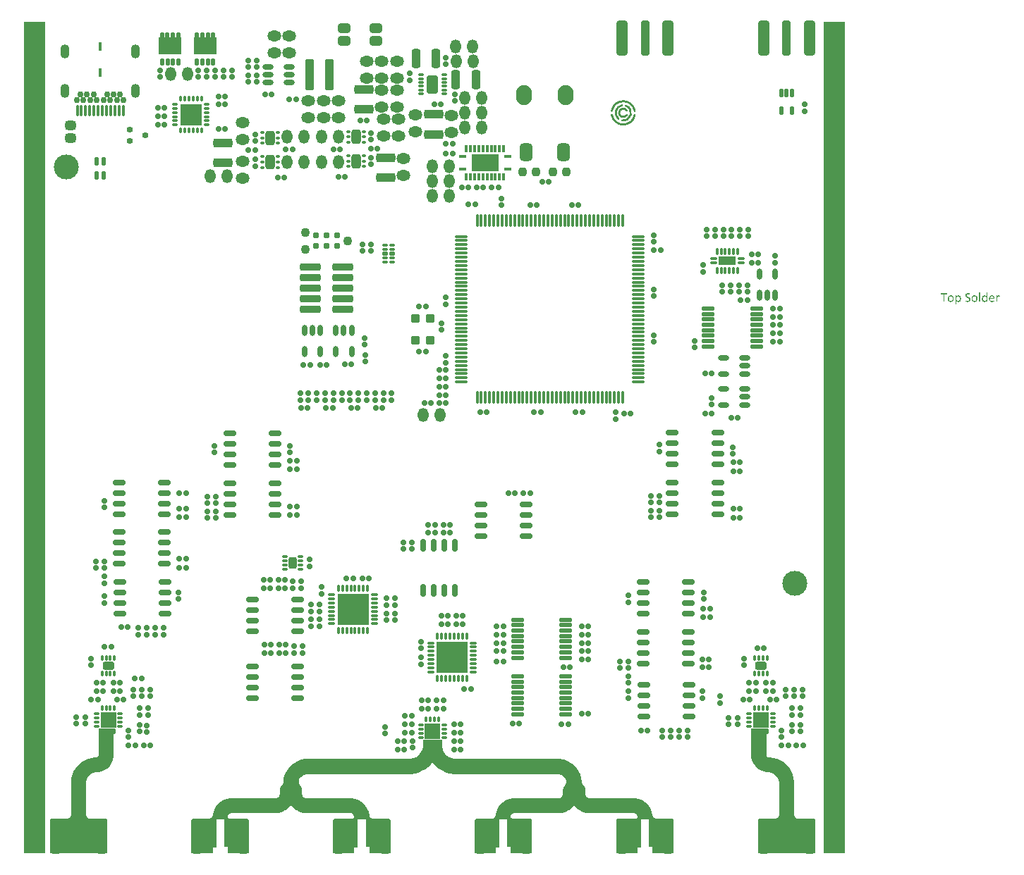
<source format=gts>
G04*
G04 #@! TF.GenerationSoftware,Altium Limited,Altium Designer,21.2.2 (38)*
G04*
G04 Layer_Color=8388736*
%FSLAX44Y44*%
%MOMM*%
G71*
G04*
G04 #@! TF.SameCoordinates,2A35CB41-4F08-4B63-A201-FD04A52A5515*
G04*
G04*
G04 #@! TF.FilePolarity,Negative*
G04*
G01*
G75*
%ADD11C,0.2286*%
G04:AMPARAMS|DCode=22|XSize=1.72mm|YSize=1.12mm|CornerRadius=0.28mm|HoleSize=0mm|Usage=FLASHONLY|Rotation=270.000|XOffset=0mm|YOffset=0mm|HoleType=Round|Shape=RoundedRectangle|*
%AMROUNDEDRECTD22*
21,1,1.7200,0.5600,0,0,270.0*
21,1,1.1600,1.1200,0,0,270.0*
1,1,0.5600,-0.2800,-0.5800*
1,1,0.5600,-0.2800,0.5800*
1,1,0.5600,0.2800,0.5800*
1,1,0.5600,0.2800,-0.5800*
%
%ADD22ROUNDEDRECTD22*%
G04:AMPARAMS|DCode=23|XSize=0.4mm|YSize=0.45mm|CornerRadius=0.1mm|HoleSize=0mm|Usage=FLASHONLY|Rotation=270.000|XOffset=0mm|YOffset=0mm|HoleType=Round|Shape=RoundedRectangle|*
%AMROUNDEDRECTD23*
21,1,0.4000,0.2500,0,0,270.0*
21,1,0.2000,0.4500,0,0,270.0*
1,1,0.2000,-0.1250,-0.1000*
1,1,0.2000,-0.1250,0.1000*
1,1,0.2000,0.1250,0.1000*
1,1,0.2000,0.1250,-0.1000*
%
%ADD23ROUNDEDRECTD23*%
G04:AMPARAMS|DCode=35|XSize=0.1mm|YSize=0.1mm|CornerRadius=0.025mm|HoleSize=0mm|Usage=FLASHONLY|Rotation=180.000|XOffset=0mm|YOffset=0mm|HoleType=Round|Shape=RoundedRectangle|*
%AMROUNDEDRECTD35*
21,1,0.1000,0.0500,0,0,180.0*
21,1,0.0500,0.1000,0,0,180.0*
1,1,0.0500,-0.0250,0.0250*
1,1,0.0500,0.0250,0.0250*
1,1,0.0500,0.0250,-0.0250*
1,1,0.0500,-0.0250,-0.0250*
%
%ADD35ROUNDEDRECTD35*%
%ADD69C,0.7874*%
G04:AMPARAMS|DCode=70|XSize=1mm|YSize=0.95mm|CornerRadius=0.2375mm|HoleSize=0mm|Usage=FLASHONLY|Rotation=270.000|XOffset=0mm|YOffset=0mm|HoleType=Round|Shape=RoundedRectangle|*
%AMROUNDEDRECTD70*
21,1,1.0000,0.4750,0,0,270.0*
21,1,0.5250,0.9500,0,0,270.0*
1,1,0.4750,-0.2375,-0.2625*
1,1,0.4750,-0.2375,0.2625*
1,1,0.4750,0.2375,0.2625*
1,1,0.4750,0.2375,-0.2625*
%
%ADD70ROUNDEDRECTD70*%
%ADD83R,2.5000X100.0000*%
%ADD97C,0.2540*%
%ADD125C,0.2794*%
%ADD126R,3.2500X2.1500*%
%ADD127O,0.9500X0.3800*%
%ADD128O,0.3800X0.9500*%
%ADD129O,0.3500X0.9000*%
%ADD130O,0.9000X0.3500*%
%ADD131R,3.8500X3.8500*%
%ADD132R,3.8500X3.8500*%
G04:AMPARAMS|DCode=133|XSize=0.4mm|YSize=0.6mm|CornerRadius=0.125mm|HoleSize=0mm|Usage=FLASHONLY|Rotation=180.000|XOffset=0mm|YOffset=0mm|HoleType=Round|Shape=RoundedRectangle|*
%AMROUNDEDRECTD133*
21,1,0.4000,0.3500,0,0,180.0*
21,1,0.1500,0.6000,0,0,180.0*
1,1,0.2500,-0.0750,0.1750*
1,1,0.2500,0.0750,0.1750*
1,1,0.2500,0.0750,-0.1750*
1,1,0.2500,-0.0750,-0.1750*
%
%ADD133ROUNDEDRECTD133*%
G04:AMPARAMS|DCode=134|XSize=1.4mm|YSize=1mm|CornerRadius=0.275mm|HoleSize=0mm|Usage=FLASHONLY|Rotation=180.000|XOffset=0mm|YOffset=0mm|HoleType=Round|Shape=RoundedRectangle|*
%AMROUNDEDRECTD134*
21,1,1.4000,0.4500,0,0,180.0*
21,1,0.8500,1.0000,0,0,180.0*
1,1,0.5500,-0.4250,0.2250*
1,1,0.5500,0.4250,0.2250*
1,1,0.5500,0.4250,-0.2250*
1,1,0.5500,-0.4250,-0.2250*
%
%ADD134ROUNDEDRECTD134*%
G04:AMPARAMS|DCode=135|XSize=0.4mm|YSize=0.6mm|CornerRadius=0.125mm|HoleSize=0mm|Usage=FLASHONLY|Rotation=90.000|XOffset=0mm|YOffset=0mm|HoleType=Round|Shape=RoundedRectangle|*
%AMROUNDEDRECTD135*
21,1,0.4000,0.3500,0,0,90.0*
21,1,0.1500,0.6000,0,0,90.0*
1,1,0.2500,0.1750,0.0750*
1,1,0.2500,0.1750,-0.0750*
1,1,0.2500,-0.1750,-0.0750*
1,1,0.2500,-0.1750,0.0750*
%
%ADD135ROUNDEDRECTD135*%
G04:AMPARAMS|DCode=136|XSize=1.4mm|YSize=1mm|CornerRadius=0.275mm|HoleSize=0mm|Usage=FLASHONLY|Rotation=90.000|XOffset=0mm|YOffset=0mm|HoleType=Round|Shape=RoundedRectangle|*
%AMROUNDEDRECTD136*
21,1,1.4000,0.4500,0,0,90.0*
21,1,0.8500,1.0000,0,0,90.0*
1,1,0.5500,0.2250,0.4250*
1,1,0.5500,0.2250,-0.4250*
1,1,0.5500,-0.2250,-0.4250*
1,1,0.5500,-0.2250,0.4250*
%
%ADD136ROUNDEDRECTD136*%
G04:AMPARAMS|DCode=137|XSize=0.38mm|YSize=1.45mm|CornerRadius=0.12mm|HoleSize=0mm|Usage=FLASHONLY|Rotation=90.000|XOffset=0mm|YOffset=0mm|HoleType=Round|Shape=RoundedRectangle|*
%AMROUNDEDRECTD137*
21,1,0.3800,1.2100,0,0,90.0*
21,1,0.1400,1.4500,0,0,90.0*
1,1,0.2400,0.6050,0.0700*
1,1,0.2400,0.6050,-0.0700*
1,1,0.2400,-0.6050,-0.0700*
1,1,0.2400,-0.6050,0.0700*
%
%ADD137ROUNDEDRECTD137*%
G04:AMPARAMS|DCode=138|XSize=0.38mm|YSize=1.45mm|CornerRadius=0.12mm|HoleSize=0mm|Usage=FLASHONLY|Rotation=0.000|XOffset=0mm|YOffset=0mm|HoleType=Round|Shape=RoundedRectangle|*
%AMROUNDEDRECTD138*
21,1,0.3800,1.2100,0,0,0.0*
21,1,0.1400,1.4500,0,0,0.0*
1,1,0.2400,0.0700,-0.6050*
1,1,0.2400,-0.0700,-0.6050*
1,1,0.2400,-0.0700,0.6050*
1,1,0.2400,0.0700,0.6050*
%
%ADD138ROUNDEDRECTD138*%
%ADD139C,3.0000*%
G04:AMPARAMS|DCode=140|XSize=0.7mm|YSize=0.7mm|CornerRadius=0.29mm|HoleSize=0mm|Usage=FLASHONLY|Rotation=180.000|XOffset=0mm|YOffset=0mm|HoleType=Round|Shape=RoundedRectangle|*
%AMROUNDEDRECTD140*
21,1,0.7000,0.1200,0,0,180.0*
21,1,0.1200,0.7000,0,0,180.0*
1,1,0.5800,-0.0600,0.0600*
1,1,0.5800,0.0600,0.0600*
1,1,0.5800,0.0600,-0.0600*
1,1,0.5800,-0.0600,-0.0600*
%
%ADD140ROUNDEDRECTD140*%
G04:AMPARAMS|DCode=141|XSize=0.7mm|YSize=0.7mm|CornerRadius=0.29mm|HoleSize=0mm|Usage=FLASHONLY|Rotation=90.000|XOffset=0mm|YOffset=0mm|HoleType=Round|Shape=RoundedRectangle|*
%AMROUNDEDRECTD141*
21,1,0.7000,0.1200,0,0,90.0*
21,1,0.1200,0.7000,0,0,90.0*
1,1,0.5800,0.0600,0.0600*
1,1,0.5800,0.0600,-0.0600*
1,1,0.5800,-0.0600,-0.0600*
1,1,0.5800,-0.0600,0.0600*
%
%ADD141ROUNDEDRECTD141*%
G04:AMPARAMS|DCode=142|XSize=1.35mm|YSize=4.2mm|CornerRadius=0.3mm|HoleSize=0mm|Usage=FLASHONLY|Rotation=0.000|XOffset=0mm|YOffset=0mm|HoleType=Round|Shape=RoundedRectangle|*
%AMROUNDEDRECTD142*
21,1,1.3500,3.6000,0,0,0.0*
21,1,0.7500,4.2000,0,0,0.0*
1,1,0.6000,0.3750,-1.8000*
1,1,0.6000,-0.3750,-1.8000*
1,1,0.6000,-0.3750,1.8000*
1,1,0.6000,0.3750,1.8000*
%
%ADD142ROUNDEDRECTD142*%
G04:AMPARAMS|DCode=143|XSize=0.45mm|YSize=0.45mm|CornerRadius=0.1375mm|HoleSize=0mm|Usage=FLASHONLY|Rotation=180.000|XOffset=0mm|YOffset=0mm|HoleType=Round|Shape=RoundedRectangle|*
%AMROUNDEDRECTD143*
21,1,0.4500,0.1750,0,0,180.0*
21,1,0.1750,0.4500,0,0,180.0*
1,1,0.2750,-0.0875,0.0875*
1,1,0.2750,0.0875,0.0875*
1,1,0.2750,0.0875,-0.0875*
1,1,0.2750,-0.0875,-0.0875*
%
%ADD143ROUNDEDRECTD143*%
%ADD144O,0.3400X0.7000*%
G04:AMPARAMS|DCode=145|XSize=1.1mm|YSize=1.1mm|CornerRadius=0.3mm|HoleSize=0mm|Usage=FLASHONLY|Rotation=90.000|XOffset=0mm|YOffset=0mm|HoleType=Round|Shape=RoundedRectangle|*
%AMROUNDEDRECTD145*
21,1,1.1000,0.5000,0,0,90.0*
21,1,0.5000,1.1000,0,0,90.0*
1,1,0.6000,0.2500,0.2500*
1,1,0.6000,0.2500,-0.2500*
1,1,0.6000,-0.2500,-0.2500*
1,1,0.6000,-0.2500,0.2500*
%
%ADD145ROUNDEDRECTD145*%
G04:AMPARAMS|DCode=146|XSize=0.35mm|YSize=0.7mm|CornerRadius=0.1125mm|HoleSize=0mm|Usage=FLASHONLY|Rotation=180.000|XOffset=0mm|YOffset=0mm|HoleType=Round|Shape=RoundedRectangle|*
%AMROUNDEDRECTD146*
21,1,0.3500,0.4750,0,0,180.0*
21,1,0.1250,0.7000,0,0,180.0*
1,1,0.2250,-0.0625,0.2375*
1,1,0.2250,0.0625,0.2375*
1,1,0.2250,0.0625,-0.2375*
1,1,0.2250,-0.0625,-0.2375*
%
%ADD146ROUNDEDRECTD146*%
G04:AMPARAMS|DCode=147|XSize=0.35mm|YSize=0.7mm|CornerRadius=0.1125mm|HoleSize=0mm|Usage=FLASHONLY|Rotation=90.000|XOffset=0mm|YOffset=0mm|HoleType=Round|Shape=RoundedRectangle|*
%AMROUNDEDRECTD147*
21,1,0.3500,0.4750,0,0,90.0*
21,1,0.1250,0.7000,0,0,90.0*
1,1,0.2250,0.2375,0.0625*
1,1,0.2250,0.2375,-0.0625*
1,1,0.2250,-0.2375,-0.0625*
1,1,0.2250,-0.2375,0.0625*
%
%ADD147ROUNDEDRECTD147*%
G04:AMPARAMS|DCode=148|XSize=2.6mm|YSize=2.6mm|CornerRadius=0.1125mm|HoleSize=0mm|Usage=FLASHONLY|Rotation=90.000|XOffset=0mm|YOffset=0mm|HoleType=Round|Shape=RoundedRectangle|*
%AMROUNDEDRECTD148*
21,1,2.6000,2.3750,0,0,90.0*
21,1,2.3750,2.6000,0,0,90.0*
1,1,0.2250,1.1875,1.1875*
1,1,0.2250,1.1875,-1.1875*
1,1,0.2250,-1.1875,-1.1875*
1,1,0.2250,-1.1875,1.1875*
%
%ADD148ROUNDEDRECTD148*%
%ADD149O,0.7000X1.5500*%
%ADD150O,0.7000X1.3500*%
%ADD151R,2.1000X1.0800*%
%ADD152O,0.3500X1.0000*%
%ADD153O,1.0000X0.3500*%
G04:AMPARAMS|DCode=154|XSize=0.55mm|YSize=1.5mm|CornerRadius=0.1963mm|HoleSize=0mm|Usage=FLASHONLY|Rotation=90.000|XOffset=0mm|YOffset=0mm|HoleType=Round|Shape=RoundedRectangle|*
%AMROUNDEDRECTD154*
21,1,0.5500,1.1075,0,0,90.0*
21,1,0.1575,1.5000,0,0,90.0*
1,1,0.3925,0.5537,0.0788*
1,1,0.3925,0.5537,-0.0788*
1,1,0.3925,-0.5537,-0.0788*
1,1,0.3925,-0.5537,0.0788*
%
%ADD154ROUNDEDRECTD154*%
%ADD155O,1.5500X0.7000*%
%ADD156O,0.7000X0.3400*%
%ADD157R,1.8500X1.8500*%
%ADD158O,1.3500X0.7000*%
G04:AMPARAMS|DCode=159|XSize=0.3mm|YSize=0.665mm|CornerRadius=0.1mm|HoleSize=0mm|Usage=FLASHONLY|Rotation=270.000|XOffset=0mm|YOffset=0mm|HoleType=Round|Shape=RoundedRectangle|*
%AMROUNDEDRECTD159*
21,1,0.3000,0.4650,0,0,270.0*
21,1,0.1000,0.6650,0,0,270.0*
1,1,0.2000,-0.2325,-0.0500*
1,1,0.2000,-0.2325,0.0500*
1,1,0.2000,0.2325,0.0500*
1,1,0.2000,0.2325,-0.0500*
%
%ADD159ROUNDEDRECTD159*%
G04:AMPARAMS|DCode=160|XSize=0.5mm|YSize=0.665mm|CornerRadius=0.15mm|HoleSize=0mm|Usage=FLASHONLY|Rotation=270.000|XOffset=0mm|YOffset=0mm|HoleType=Round|Shape=RoundedRectangle|*
%AMROUNDEDRECTD160*
21,1,0.5000,0.3650,0,0,270.0*
21,1,0.2000,0.6650,0,0,270.0*
1,1,0.3000,-0.1825,-0.1000*
1,1,0.3000,-0.1825,0.1000*
1,1,0.3000,0.1825,0.1000*
1,1,0.3000,0.1825,-0.1000*
%
%ADD160ROUNDEDRECTD160*%
G04:AMPARAMS|DCode=161|XSize=0.5mm|YSize=1mm|CornerRadius=0.15mm|HoleSize=0mm|Usage=FLASHONLY|Rotation=180.000|XOffset=0mm|YOffset=0mm|HoleType=Round|Shape=RoundedRectangle|*
%AMROUNDEDRECTD161*
21,1,0.5000,0.7000,0,0,180.0*
21,1,0.2000,1.0000,0,0,180.0*
1,1,0.3000,-0.1000,0.3500*
1,1,0.3000,0.1000,0.3500*
1,1,0.3000,0.1000,-0.3500*
1,1,0.3000,-0.1000,-0.3500*
%
%ADD161ROUNDEDRECTD161*%
G04:AMPARAMS|DCode=162|XSize=1mm|YSize=4.2mm|CornerRadius=0.23mm|HoleSize=0mm|Usage=FLASHONLY|Rotation=180.000|XOffset=0mm|YOffset=0mm|HoleType=Round|Shape=RoundedRectangle|*
%AMROUNDEDRECTD162*
21,1,1.0000,3.7400,0,0,180.0*
21,1,0.5400,4.2000,0,0,180.0*
1,1,0.4600,-0.2700,1.8700*
1,1,0.4600,0.2700,1.8700*
1,1,0.4600,0.2700,-1.8700*
1,1,0.4600,-0.2700,-1.8700*
%
%ADD162ROUNDEDRECTD162*%
G04:AMPARAMS|DCode=163|XSize=0.86mm|YSize=2.5mm|CornerRadius=0.24mm|HoleSize=0mm|Usage=FLASHONLY|Rotation=270.000|XOffset=0mm|YOffset=0mm|HoleType=Round|Shape=RoundedRectangle|*
%AMROUNDEDRECTD163*
21,1,0.8600,2.0200,0,0,270.0*
21,1,0.3800,2.5000,0,0,270.0*
1,1,0.4800,-1.0100,-0.1900*
1,1,0.4800,-1.0100,0.1900*
1,1,0.4800,1.0100,0.1900*
1,1,0.4800,1.0100,-0.1900*
%
%ADD163ROUNDEDRECTD163*%
G04:AMPARAMS|DCode=164|XSize=1.15mm|YSize=1.5mm|CornerRadius=0.3125mm|HoleSize=0mm|Usage=FLASHONLY|Rotation=270.000|XOffset=0mm|YOffset=0mm|HoleType=Round|Shape=RoundedRectangle|*
%AMROUNDEDRECTD164*
21,1,1.1500,0.8750,0,0,270.0*
21,1,0.5250,1.5000,0,0,270.0*
1,1,0.6250,-0.4375,-0.2625*
1,1,0.6250,-0.4375,0.2625*
1,1,0.6250,0.4375,0.2625*
1,1,0.6250,0.4375,-0.2625*
%
%ADD164ROUNDEDRECTD164*%
%ADD165O,1.3000X1.7000*%
%ADD166R,2.8000X2.0600*%
G04:AMPARAMS|DCode=167|XSize=0.49mm|YSize=0.87mm|CornerRadius=0.206mm|HoleSize=0mm|Usage=FLASHONLY|Rotation=0.000|XOffset=0mm|YOffset=0mm|HoleType=Round|Shape=RoundedRectangle|*
%AMROUNDEDRECTD167*
21,1,0.4900,0.4580,0,0,0.0*
21,1,0.0780,0.8700,0,0,0.0*
1,1,0.4120,0.0390,-0.2290*
1,1,0.4120,-0.0390,-0.2290*
1,1,0.4120,-0.0390,0.2290*
1,1,0.4120,0.0390,0.2290*
%
%ADD167ROUNDEDRECTD167*%
G04:AMPARAMS|DCode=168|XSize=0.49mm|YSize=0.87mm|CornerRadius=0.1475mm|HoleSize=0mm|Usage=FLASHONLY|Rotation=0.000|XOffset=0mm|YOffset=0mm|HoleType=Round|Shape=RoundedRectangle|*
%AMROUNDEDRECTD168*
21,1,0.4900,0.5750,0,0,0.0*
21,1,0.1950,0.8700,0,0,0.0*
1,1,0.2950,0.0975,-0.2875*
1,1,0.2950,-0.0975,-0.2875*
1,1,0.2950,-0.0975,0.2875*
1,1,0.2950,0.0975,0.2875*
%
%ADD168ROUNDEDRECTD168*%
G04:AMPARAMS|DCode=169|XSize=2.12mm|YSize=1.31mm|CornerRadius=0.171mm|HoleSize=0mm|Usage=FLASHONLY|Rotation=90.000|XOffset=0mm|YOffset=0mm|HoleType=Round|Shape=RoundedRectangle|*
%AMROUNDEDRECTD169*
21,1,2.1200,0.9680,0,0,90.0*
21,1,1.7780,1.3100,0,0,90.0*
1,1,0.3420,0.4840,0.8890*
1,1,0.3420,0.4840,-0.8890*
1,1,0.3420,-0.4840,-0.8890*
1,1,0.3420,-0.4840,0.8890*
%
%ADD169ROUNDEDRECTD169*%
G04:AMPARAMS|DCode=170|XSize=0.3mm|YSize=0.7mm|CornerRadius=0.15mm|HoleSize=0mm|Usage=FLASHONLY|Rotation=90.000|XOffset=0mm|YOffset=0mm|HoleType=Round|Shape=RoundedRectangle|*
%AMROUNDEDRECTD170*
21,1,0.3000,0.4000,0,0,90.0*
21,1,0.0000,0.7000,0,0,90.0*
1,1,0.3000,0.2000,0.0000*
1,1,0.3000,0.2000,0.0000*
1,1,0.3000,-0.2000,0.0000*
1,1,0.3000,-0.2000,0.0000*
%
%ADD170ROUNDEDRECTD170*%
G04:AMPARAMS|DCode=171|XSize=1.1mm|YSize=2.3mm|CornerRadius=0.3mm|HoleSize=0mm|Usage=FLASHONLY|Rotation=180.000|XOffset=0mm|YOffset=0mm|HoleType=Round|Shape=RoundedRectangle|*
%AMROUNDEDRECTD171*
21,1,1.1000,1.7000,0,0,180.0*
21,1,0.5000,2.3000,0,0,180.0*
1,1,0.6000,-0.2500,0.8500*
1,1,0.6000,0.2500,0.8500*
1,1,0.6000,0.2500,-0.8500*
1,1,0.6000,-0.2500,-0.8500*
%
%ADD171ROUNDEDRECTD171*%
G04:AMPARAMS|DCode=172|XSize=1.1mm|YSize=2.3mm|CornerRadius=0.3mm|HoleSize=0mm|Usage=FLASHONLY|Rotation=90.000|XOffset=0mm|YOffset=0mm|HoleType=Round|Shape=RoundedRectangle|*
%AMROUNDEDRECTD172*
21,1,1.1000,1.7000,0,0,90.0*
21,1,0.5000,2.3000,0,0,90.0*
1,1,0.6000,0.8500,0.2500*
1,1,0.6000,0.8500,-0.2500*
1,1,0.6000,-0.8500,-0.2500*
1,1,0.6000,-0.8500,0.2500*
%
%ADD172ROUNDEDRECTD172*%
G04:AMPARAMS|DCode=173|XSize=1.08mm|YSize=3.8mm|CornerRadius=0.295mm|HoleSize=0mm|Usage=FLASHONLY|Rotation=0.000|XOffset=0mm|YOffset=0mm|HoleType=Round|Shape=RoundedRectangle|*
%AMROUNDEDRECTD173*
21,1,1.0800,3.2100,0,0,0.0*
21,1,0.4900,3.8000,0,0,0.0*
1,1,0.5900,0.2450,-1.6050*
1,1,0.5900,-0.2450,-1.6050*
1,1,0.5900,-0.2450,1.6050*
1,1,0.5900,0.2450,1.6050*
%
%ADD173ROUNDEDRECTD173*%
G04:AMPARAMS|DCode=174|XSize=0.3mm|YSize=1.1mm|CornerRadius=0.1mm|HoleSize=0mm|Usage=FLASHONLY|Rotation=180.000|XOffset=0mm|YOffset=0mm|HoleType=Round|Shape=RoundedRectangle|*
%AMROUNDEDRECTD174*
21,1,0.3000,0.9000,0,0,180.0*
21,1,0.1000,1.1000,0,0,180.0*
1,1,0.2000,-0.0500,0.4500*
1,1,0.2000,0.0500,0.4500*
1,1,0.2000,0.0500,-0.4500*
1,1,0.2000,-0.0500,-0.4500*
%
%ADD174ROUNDEDRECTD174*%
G04:AMPARAMS|DCode=175|XSize=0.4mm|YSize=1.3mm|CornerRadius=0.125mm|HoleSize=0mm|Usage=FLASHONLY|Rotation=180.000|XOffset=0mm|YOffset=0mm|HoleType=Round|Shape=RoundedRectangle|*
%AMROUNDEDRECTD175*
21,1,0.4000,1.0500,0,0,180.0*
21,1,0.1500,1.3000,0,0,180.0*
1,1,0.2500,-0.0750,0.5250*
1,1,0.2500,0.0750,0.5250*
1,1,0.2500,0.0750,-0.5250*
1,1,0.2500,-0.0750,-0.5250*
%
%ADD175ROUNDEDRECTD175*%
G04:AMPARAMS|DCode=176|XSize=0.61mm|YSize=0.75mm|CornerRadius=0.2413mm|HoleSize=0mm|Usage=FLASHONLY|Rotation=270.000|XOffset=0mm|YOffset=0mm|HoleType=Round|Shape=RoundedRectangle|*
%AMROUNDEDRECTD176*
21,1,0.6100,0.2675,0,0,270.0*
21,1,0.1275,0.7500,0,0,270.0*
1,1,0.4825,-0.1338,-0.0638*
1,1,0.4825,-0.1338,0.0638*
1,1,0.4825,0.1338,0.0638*
1,1,0.4825,0.1338,-0.0638*
%
%ADD176ROUNDEDRECTD176*%
G04:AMPARAMS|DCode=177|XSize=1.2mm|YSize=1.4mm|CornerRadius=0.475mm|HoleSize=0mm|Usage=FLASHONLY|Rotation=270.000|XOffset=0mm|YOffset=0mm|HoleType=Round|Shape=RoundedRectangle|*
%AMROUNDEDRECTD177*
21,1,1.2000,0.4500,0,0,270.0*
21,1,0.2500,1.4000,0,0,270.0*
1,1,0.9500,-0.2250,-0.1250*
1,1,0.9500,-0.2250,0.1250*
1,1,0.9500,0.2250,0.1250*
1,1,0.9500,0.2250,-0.1250*
%
%ADD177ROUNDEDRECTD177*%
G04:AMPARAMS|DCode=178|XSize=1.497mm|YSize=2.132mm|CornerRadius=0.3993mm|HoleSize=0mm|Usage=FLASHONLY|Rotation=180.000|XOffset=0mm|YOffset=0mm|HoleType=Round|Shape=RoundedRectangle|*
%AMROUNDEDRECTD178*
21,1,1.4970,1.3335,0,0,180.0*
21,1,0.6985,2.1320,0,0,180.0*
1,1,0.7985,-0.3493,0.6668*
1,1,0.7985,0.3493,0.6668*
1,1,0.7985,0.3493,-0.6668*
1,1,0.7985,-0.3493,-0.6668*
%
%ADD178ROUNDEDRECTD178*%
%ADD179O,1.7000X1.3000*%
%ADD180O,1.1000X1.7000*%
%ADD181C,0.7500*%
%ADD182O,1.9000X2.4000*%
%ADD183C,1.1000*%
G36*
X1133237Y673369D02*
X1133478Y673332D01*
X1133496D01*
X1133534Y673313D01*
X1133608D01*
X1133700Y673295D01*
X1133904Y673239D01*
X1134126Y673165D01*
X1134145D01*
X1134182Y673147D01*
X1134237Y673128D01*
X1134311Y673110D01*
X1134496Y673036D01*
X1134682Y672943D01*
X1134700D01*
X1134719Y672925D01*
X1134811Y672888D01*
X1134922Y672813D01*
X1134996Y672758D01*
X1135015Y672739D01*
X1135033Y672721D01*
X1135070Y672665D01*
X1135089Y672628D01*
X1135107Y672610D01*
X1135145Y672517D01*
Y672499D01*
X1135163Y672462D01*
Y672351D01*
Y672332D01*
X1135182Y672295D01*
Y672202D01*
Y672110D01*
Y672091D01*
Y672017D01*
Y671943D01*
X1135163Y671851D01*
Y671832D01*
X1135145Y671777D01*
X1135126Y671647D01*
Y671628D01*
X1135107Y671610D01*
X1135052Y671536D01*
X1135033D01*
X1134959Y671517D01*
X1134941D01*
X1134885Y671536D01*
X1134811Y671573D01*
X1134682Y671628D01*
X1134645Y671647D01*
X1134552Y671702D01*
X1134404Y671777D01*
X1134219Y671869D01*
X1134200D01*
X1134182Y671888D01*
X1134126Y671925D01*
X1134052Y671962D01*
X1133848Y672036D01*
X1133589Y672128D01*
X1133571D01*
X1133534Y672147D01*
X1133441Y672165D01*
X1133348Y672202D01*
X1133219Y672221D01*
X1133089Y672240D01*
X1132756Y672258D01*
X1132608D01*
X1132497Y672240D01*
X1132256Y672202D01*
X1131997Y672128D01*
X1131978D01*
X1131941Y672110D01*
X1131886Y672091D01*
X1131812Y672054D01*
X1131645Y671943D01*
X1131478Y671814D01*
X1131441Y671777D01*
X1131367Y671684D01*
X1131256Y671554D01*
X1131163Y671369D01*
Y671351D01*
X1131145Y671332D01*
X1131126Y671277D01*
Y671202D01*
X1131089Y671017D01*
X1131071Y670814D01*
Y670795D01*
Y670740D01*
X1131089Y670666D01*
Y670555D01*
X1131145Y670314D01*
X1131256Y670073D01*
X1131274Y670054D01*
X1131293Y670017D01*
X1131330Y669962D01*
X1131404Y669888D01*
X1131571Y669703D01*
X1131793Y669518D01*
X1131812Y669499D01*
X1131849Y669481D01*
X1131923Y669425D01*
X1132015Y669369D01*
X1132126Y669295D01*
X1132256Y669221D01*
X1132552Y669073D01*
X1132571D01*
X1132626Y669036D01*
X1132719Y668999D01*
X1132811Y668962D01*
X1132941Y668906D01*
X1133089Y668832D01*
X1133404Y668684D01*
X1133422D01*
X1133478Y668647D01*
X1133571Y668610D01*
X1133682Y668555D01*
X1133811Y668481D01*
X1133960Y668407D01*
X1134274Y668221D01*
X1134293Y668203D01*
X1134348Y668184D01*
X1134422Y668129D01*
X1134533Y668055D01*
X1134774Y667870D01*
X1135033Y667647D01*
X1135052Y667629D01*
X1135089Y667592D01*
X1135145Y667518D01*
X1135219Y667425D01*
X1135311Y667314D01*
X1135404Y667184D01*
X1135570Y666870D01*
X1135589Y666851D01*
X1135607Y666796D01*
X1135645Y666703D01*
X1135682Y666573D01*
X1135719Y666407D01*
X1135737Y666222D01*
X1135774Y666018D01*
Y665796D01*
Y665759D01*
Y665666D01*
X1135756Y665536D01*
X1135737Y665370D01*
X1135700Y665166D01*
X1135663Y664944D01*
X1135589Y664722D01*
X1135496Y664500D01*
X1135478Y664481D01*
X1135441Y664407D01*
X1135385Y664296D01*
X1135311Y664166D01*
X1135200Y664018D01*
X1135070Y663851D01*
X1134922Y663703D01*
X1134756Y663537D01*
X1134737Y663518D01*
X1134663Y663481D01*
X1134570Y663407D01*
X1134441Y663315D01*
X1134274Y663222D01*
X1134071Y663129D01*
X1133867Y663037D01*
X1133626Y662944D01*
X1133589D01*
X1133515Y662907D01*
X1133385Y662889D01*
X1133219Y662852D01*
X1133015Y662814D01*
X1132774Y662796D01*
X1132515Y662759D01*
X1132052D01*
X1131923Y662777D01*
X1131775D01*
X1131608Y662796D01*
X1131274Y662852D01*
X1131256D01*
X1131200Y662870D01*
X1131108Y662889D01*
X1131015Y662907D01*
X1130756Y662963D01*
X1130478Y663055D01*
X1130460D01*
X1130423Y663074D01*
X1130367Y663111D01*
X1130275Y663129D01*
X1130089Y663222D01*
X1129904Y663315D01*
X1129886D01*
X1129867Y663333D01*
X1129775Y663407D01*
X1129664Y663481D01*
X1129571Y663555D01*
X1129553Y663574D01*
X1129516Y663629D01*
X1129478Y663703D01*
X1129441Y663796D01*
Y663833D01*
X1129423Y663907D01*
X1129404Y664037D01*
Y664203D01*
Y664240D01*
Y664296D01*
Y664388D01*
Y664481D01*
Y664500D01*
X1129423Y664555D01*
X1129441Y664611D01*
X1129460Y664666D01*
Y664685D01*
X1129478Y664703D01*
X1129534Y664777D01*
X1129553D01*
X1129571Y664796D01*
X1129645Y664814D01*
X1129664D01*
X1129719Y664796D01*
X1129830Y664759D01*
X1129960Y664666D01*
X1129978D01*
X1129997Y664648D01*
X1130108Y664574D01*
X1130256Y664481D01*
X1130478Y664370D01*
X1130497D01*
X1130534Y664351D01*
X1130608Y664314D01*
X1130701Y664277D01*
X1130812Y664240D01*
X1130941Y664185D01*
X1131256Y664074D01*
X1131274D01*
X1131330Y664055D01*
X1131441Y664037D01*
X1131571Y664018D01*
X1131719Y663981D01*
X1131904Y663963D01*
X1132089Y663944D01*
X1132478D01*
X1132589Y663963D01*
X1132849Y664000D01*
X1133126Y664055D01*
X1133145D01*
X1133182Y664074D01*
X1133256Y664111D01*
X1133348Y664148D01*
X1133552Y664240D01*
X1133756Y664388D01*
X1133774Y664407D01*
X1133811Y664426D01*
X1133922Y664537D01*
X1134052Y664703D01*
X1134182Y664925D01*
Y664944D01*
X1134200Y664981D01*
X1134237Y665055D01*
X1134256Y665129D01*
X1134293Y665240D01*
X1134311Y665370D01*
X1134330Y665648D01*
Y665666D01*
Y665722D01*
X1134311Y665814D01*
Y665907D01*
X1134237Y666148D01*
X1134200Y666277D01*
X1134126Y666407D01*
Y666425D01*
X1134089Y666462D01*
X1134052Y666518D01*
X1133978Y666592D01*
X1133811Y666759D01*
X1133589Y666944D01*
X1133571Y666962D01*
X1133534Y666981D01*
X1133459Y667036D01*
X1133385Y667092D01*
X1133274Y667147D01*
X1133145Y667222D01*
X1132849Y667370D01*
X1132830Y667388D01*
X1132774Y667407D01*
X1132682Y667444D01*
X1132589Y667499D01*
X1132441Y667555D01*
X1132311Y667629D01*
X1131978Y667777D01*
X1131960Y667795D01*
X1131904Y667814D01*
X1131830Y667851D01*
X1131719Y667907D01*
X1131589Y667981D01*
X1131441Y668055D01*
X1131126Y668221D01*
X1131108Y668240D01*
X1131052Y668277D01*
X1130978Y668314D01*
X1130886Y668388D01*
X1130645Y668573D01*
X1130386Y668814D01*
X1130367Y668832D01*
X1130330Y668869D01*
X1130275Y668943D01*
X1130201Y669036D01*
X1130126Y669147D01*
X1130034Y669277D01*
X1129867Y669592D01*
Y669610D01*
X1129830Y669666D01*
X1129812Y669777D01*
X1129775Y669906D01*
X1129738Y670054D01*
X1129701Y670240D01*
X1129682Y670462D01*
X1129664Y670684D01*
Y670721D01*
Y670795D01*
X1129682Y670925D01*
X1129701Y671073D01*
X1129719Y671258D01*
X1129756Y671443D01*
X1129812Y671647D01*
X1129886Y671832D01*
X1129904Y671851D01*
X1129923Y671925D01*
X1129978Y672017D01*
X1130052Y672128D01*
X1130145Y672277D01*
X1130256Y672406D01*
X1130534Y672684D01*
X1130552Y672702D01*
X1130608Y672739D01*
X1130701Y672813D01*
X1130812Y672888D01*
X1130960Y672962D01*
X1131145Y673054D01*
X1131330Y673147D01*
X1131534Y673221D01*
X1131552D01*
X1131645Y673258D01*
X1131756Y673276D01*
X1131923Y673313D01*
X1132108Y673351D01*
X1132311Y673369D01*
X1132552Y673406D01*
X1133015D01*
X1133237Y673369D01*
D02*
G37*
G36*
X1155698Y673999D02*
X1155809Y673980D01*
X1155828D01*
X1155883Y673961D01*
X1155957Y673943D01*
X1156013Y673924D01*
X1156031D01*
X1156050Y673906D01*
X1156124Y673850D01*
X1156142Y673832D01*
X1156161Y673758D01*
Y663092D01*
Y663074D01*
Y663055D01*
X1156124Y662963D01*
X1156105Y662944D01*
X1156013Y662907D01*
X1155994D01*
X1155976Y662889D01*
X1155920D01*
X1155846Y662870D01*
X1155772D01*
X1155679Y662852D01*
X1155383D01*
X1155291Y662870D01*
X1155272D01*
X1155235Y662889D01*
X1155105Y662907D01*
X1155087D01*
X1155068Y662926D01*
X1154994Y662981D01*
Y663000D01*
Y663018D01*
X1154976Y663092D01*
Y664055D01*
X1154957Y664037D01*
X1154883Y663963D01*
X1154754Y663851D01*
X1154605Y663703D01*
X1154439Y663555D01*
X1154235Y663389D01*
X1154013Y663240D01*
X1153791Y663092D01*
X1153772Y663074D01*
X1153680Y663037D01*
X1153568Y662981D01*
X1153402Y662926D01*
X1153198Y662870D01*
X1152976Y662814D01*
X1152717Y662777D01*
X1152458Y662759D01*
X1152328D01*
X1152180Y662777D01*
X1151995Y662796D01*
X1151772Y662833D01*
X1151550Y662889D01*
X1151310Y662963D01*
X1151087Y663055D01*
X1151069Y663074D01*
X1150995Y663111D01*
X1150902Y663185D01*
X1150772Y663277D01*
X1150624Y663389D01*
X1150476Y663537D01*
X1150328Y663703D01*
X1150180Y663888D01*
X1150162Y663907D01*
X1150124Y663981D01*
X1150069Y664092D01*
X1149995Y664240D01*
X1149921Y664407D01*
X1149828Y664629D01*
X1149754Y664851D01*
X1149680Y665111D01*
Y665148D01*
X1149661Y665240D01*
X1149643Y665388D01*
X1149606Y665574D01*
X1149587Y665796D01*
X1149550Y666055D01*
X1149532Y666314D01*
Y666610D01*
Y666629D01*
Y666647D01*
Y666759D01*
X1149550Y666944D01*
Y667166D01*
X1149569Y667425D01*
X1149606Y667703D01*
X1149717Y668277D01*
X1149736Y668314D01*
X1149754Y668407D01*
X1149810Y668536D01*
X1149865Y668721D01*
X1149958Y668925D01*
X1150050Y669129D01*
X1150180Y669351D01*
X1150310Y669555D01*
X1150328Y669573D01*
X1150384Y669647D01*
X1150458Y669740D01*
X1150569Y669851D01*
X1150717Y669999D01*
X1150884Y670129D01*
X1151069Y670258D01*
X1151273Y670369D01*
X1151291Y670388D01*
X1151384Y670425D01*
X1151495Y670462D01*
X1151661Y670517D01*
X1151865Y670573D01*
X1152087Y670629D01*
X1152346Y670647D01*
X1152624Y670666D01*
X1152735D01*
X1152846Y670647D01*
X1153013Y670629D01*
X1153180Y670592D01*
X1153383Y670555D01*
X1153568Y670480D01*
X1153772Y670388D01*
X1153791Y670369D01*
X1153865Y670332D01*
X1153976Y670277D01*
X1154106Y670184D01*
X1154272Y670073D01*
X1154439Y669925D01*
X1154642Y669758D01*
X1154828Y669573D01*
Y673758D01*
Y673776D01*
Y673795D01*
X1154846Y673850D01*
Y673869D01*
X1154883Y673887D01*
X1154957Y673924D01*
X1154976D01*
X1155013Y673943D01*
X1155068Y673961D01*
X1155161Y673980D01*
X1155180D01*
X1155254Y673999D01*
X1155346Y674017D01*
X1155587D01*
X1155698Y673999D01*
D02*
G37*
G36*
X1121720Y670647D02*
X1121905Y670629D01*
X1122127Y670592D01*
X1122349Y670536D01*
X1122572Y670462D01*
X1122794Y670351D01*
X1122812Y670332D01*
X1122887Y670295D01*
X1122979Y670221D01*
X1123109Y670129D01*
X1123257Y670017D01*
X1123405Y669869D01*
X1123553Y669703D01*
X1123683Y669518D01*
X1123701Y669499D01*
X1123738Y669425D01*
X1123812Y669314D01*
X1123886Y669166D01*
X1123960Y668999D01*
X1124053Y668777D01*
X1124127Y668555D01*
X1124201Y668295D01*
Y668258D01*
X1124220Y668166D01*
X1124257Y668036D01*
X1124294Y667851D01*
X1124312Y667629D01*
X1124349Y667370D01*
X1124368Y667110D01*
Y666814D01*
Y666796D01*
Y666777D01*
Y666721D01*
Y666647D01*
X1124349Y666481D01*
Y666240D01*
X1124312Y665981D01*
X1124275Y665703D01*
X1124220Y665407D01*
X1124146Y665111D01*
Y665073D01*
X1124109Y664981D01*
X1124053Y664851D01*
X1123997Y664666D01*
X1123905Y664481D01*
X1123812Y664259D01*
X1123683Y664037D01*
X1123553Y663833D01*
X1123535Y663814D01*
X1123479Y663740D01*
X1123405Y663648D01*
X1123294Y663537D01*
X1123146Y663407D01*
X1122979Y663277D01*
X1122775Y663148D01*
X1122572Y663037D01*
X1122553Y663018D01*
X1122461Y663000D01*
X1122349Y662944D01*
X1122183Y662907D01*
X1121979Y662852D01*
X1121757Y662796D01*
X1121516Y662777D01*
X1121239Y662759D01*
X1121127D01*
X1121035Y662777D01*
X1120850Y662796D01*
X1120628Y662833D01*
X1120609D01*
X1120591Y662852D01*
X1120461Y662870D01*
X1120294Y662944D01*
X1120109Y663018D01*
X1120090D01*
X1120072Y663037D01*
X1119942Y663111D01*
X1119776Y663222D01*
X1119591Y663352D01*
X1119572Y663370D01*
X1119554Y663389D01*
X1119498Y663444D01*
X1119424Y663500D01*
X1119257Y663648D01*
X1119054Y663851D01*
Y660259D01*
Y660222D01*
X1119017Y660167D01*
X1118998Y660130D01*
X1118905Y660074D01*
X1118887D01*
X1118850Y660056D01*
X1118794Y660037D01*
X1118702Y660018D01*
X1118628D01*
X1118517Y660000D01*
X1118165D01*
X1118054Y660018D01*
X1118035D01*
X1117998Y660037D01*
X1117868Y660074D01*
X1117850D01*
X1117831Y660093D01*
X1117757Y660167D01*
Y660185D01*
X1117739Y660259D01*
Y670295D01*
Y670314D01*
Y670332D01*
X1117757Y670406D01*
Y670425D01*
X1117776Y670443D01*
X1117813Y670462D01*
X1117850Y670480D01*
X1117868D01*
X1117906Y670499D01*
X1117961Y670517D01*
X1118035Y670536D01*
X1118054D01*
X1118109Y670555D01*
X1118498D01*
X1118572Y670536D01*
X1118591D01*
X1118646Y670517D01*
X1118757Y670480D01*
X1118776D01*
X1118794Y670462D01*
X1118831Y670443D01*
X1118850Y670406D01*
X1118868Y670388D01*
X1118887Y670295D01*
Y669332D01*
X1118905Y669351D01*
X1118942Y669388D01*
X1119017Y669444D01*
X1119091Y669536D01*
X1119294Y669721D01*
X1119517Y669906D01*
X1119535Y669925D01*
X1119572Y669943D01*
X1119628Y669999D01*
X1119720Y670054D01*
X1119905Y670184D01*
X1120128Y670314D01*
X1120146D01*
X1120183Y670351D01*
X1120239Y670369D01*
X1120331Y670406D01*
X1120535Y670499D01*
X1120757Y670573D01*
X1120776D01*
X1120813Y670592D01*
X1120887Y670610D01*
X1120961Y670629D01*
X1121183Y670647D01*
X1121442Y670666D01*
X1121572D01*
X1121720Y670647D01*
D02*
G37*
G36*
X1170141D02*
X1170159D01*
X1170215Y670629D01*
X1170307Y670610D01*
X1170400Y670592D01*
X1170419D01*
X1170493Y670573D01*
X1170567Y670555D01*
X1170659Y670517D01*
X1170678D01*
X1170733Y670499D01*
X1170789Y670480D01*
X1170826Y670443D01*
X1170844D01*
X1170863Y670425D01*
X1170900Y670369D01*
X1170919Y670351D01*
Y670277D01*
Y670258D01*
X1170937Y670240D01*
Y670184D01*
Y670110D01*
Y670091D01*
X1170956Y670036D01*
Y669962D01*
Y669832D01*
Y669795D01*
Y669721D01*
Y669629D01*
X1170937Y669536D01*
Y669518D01*
Y669481D01*
X1170900Y669351D01*
Y669332D01*
X1170882Y669314D01*
X1170844Y669240D01*
X1170826Y669221D01*
X1170752Y669203D01*
X1170696D01*
X1170585Y669240D01*
X1170567D01*
X1170530Y669258D01*
X1170456Y669295D01*
X1170382Y669314D01*
X1170363D01*
X1170307Y669332D01*
X1170234Y669369D01*
X1170122Y669388D01*
X1170104D01*
X1170030Y669406D01*
X1169919Y669425D01*
X1169771D01*
X1169678Y669406D01*
X1169567Y669388D01*
X1169419Y669332D01*
X1169382Y669314D01*
X1169308Y669277D01*
X1169178Y669184D01*
X1169011Y669073D01*
X1168974Y669036D01*
X1168882Y668943D01*
X1168734Y668777D01*
X1168567Y668573D01*
X1168549Y668555D01*
X1168530Y668518D01*
X1168474Y668462D01*
X1168419Y668370D01*
X1168345Y668258D01*
X1168271Y668129D01*
X1168067Y667832D01*
Y663092D01*
Y663074D01*
Y663055D01*
X1168030Y662981D01*
X1168011Y662963D01*
X1167919Y662907D01*
X1167900D01*
X1167863Y662889D01*
X1167808D01*
X1167715Y662870D01*
X1167641D01*
X1167530Y662852D01*
X1167178D01*
X1167067Y662870D01*
X1167049D01*
X1167012Y662889D01*
X1166882Y662907D01*
X1166863D01*
X1166845Y662926D01*
X1166771Y662981D01*
Y663018D01*
X1166752Y663092D01*
Y670295D01*
Y670314D01*
Y670332D01*
X1166771Y670406D01*
X1166789Y670425D01*
X1166826Y670462D01*
X1166863Y670480D01*
X1166882D01*
X1166919Y670499D01*
X1166975Y670517D01*
X1167049Y670536D01*
X1167067D01*
X1167123Y670555D01*
X1167530D01*
X1167623Y670536D01*
X1167641D01*
X1167697Y670517D01*
X1167752Y670499D01*
X1167808Y670480D01*
X1167826D01*
X1167845Y670462D01*
X1167882Y670443D01*
X1167900Y670406D01*
X1167919Y670388D01*
X1167937Y670295D01*
Y669240D01*
X1167956Y669258D01*
X1167993Y669314D01*
X1168048Y669388D01*
X1168123Y669499D01*
X1168289Y669721D01*
X1168493Y669943D01*
X1168511Y669962D01*
X1168530Y669999D01*
X1168660Y670110D01*
X1168808Y670240D01*
X1168974Y670369D01*
X1168993D01*
X1169011Y670388D01*
X1169122Y670462D01*
X1169271Y670536D01*
X1169437Y670592D01*
X1169456D01*
X1169474Y670610D01*
X1169585Y670629D01*
X1169734Y670647D01*
X1169900Y670666D01*
X1170048D01*
X1170141Y670647D01*
D02*
G37*
G36*
X1147199Y674036D02*
X1147217D01*
X1147273Y674017D01*
X1147347Y673999D01*
X1147402Y673980D01*
X1147421D01*
X1147439Y673961D01*
X1147514Y673887D01*
X1147532Y673869D01*
X1147551Y673795D01*
Y663092D01*
Y663074D01*
Y663055D01*
X1147514Y662981D01*
X1147495Y662963D01*
X1147402Y662907D01*
X1147384D01*
X1147347Y662889D01*
X1147291D01*
X1147199Y662870D01*
X1147125D01*
X1147014Y662852D01*
X1146662D01*
X1146551Y662870D01*
X1146532D01*
X1146495Y662889D01*
X1146366Y662907D01*
X1146347D01*
X1146329Y662926D01*
X1146255Y662981D01*
Y663018D01*
X1146236Y663092D01*
Y673795D01*
Y673813D01*
Y673832D01*
X1146255Y673887D01*
Y673906D01*
X1146292Y673924D01*
X1146366Y673980D01*
X1146384D01*
X1146421Y673999D01*
X1146477Y674017D01*
X1146551Y674036D01*
X1146569D01*
X1146643Y674054D01*
X1147106D01*
X1147199Y674036D01*
D02*
G37*
G36*
X1107573Y673221D02*
X1107592D01*
X1107610Y673202D01*
X1107666Y673110D01*
Y673091D01*
X1107684Y673054D01*
X1107703Y672999D01*
X1107721Y672925D01*
Y672906D01*
X1107740Y672850D01*
Y672776D01*
Y672665D01*
Y672647D01*
Y672573D01*
Y672480D01*
X1107721Y672388D01*
Y672369D01*
X1107703Y672332D01*
X1107666Y672202D01*
X1107647Y672165D01*
X1107573Y672110D01*
X1107536D01*
X1107462Y672091D01*
X1104555D01*
Y663092D01*
Y663055D01*
X1104518Y662981D01*
X1104481Y662963D01*
X1104444Y662944D01*
X1104388Y662926D01*
X1104370D01*
X1104333Y662907D01*
X1104277D01*
X1104185Y662889D01*
X1104166D01*
X1104092Y662870D01*
X1104000Y662852D01*
X1103759D01*
X1103648Y662870D01*
X1103537Y662889D01*
X1103518D01*
X1103463Y662907D01*
X1103315Y662926D01*
X1103296D01*
X1103277Y662944D01*
X1103203Y662981D01*
Y663000D01*
Y663018D01*
X1103185Y663092D01*
Y672091D01*
X1100222D01*
X1100148Y672110D01*
X1100111Y672128D01*
X1100056Y672202D01*
Y672221D01*
X1100037Y672258D01*
Y672314D01*
X1100018Y672388D01*
Y672406D01*
Y672462D01*
X1100000Y672554D01*
Y672665D01*
Y672684D01*
Y672758D01*
Y672832D01*
X1100018Y672925D01*
Y672943D01*
X1100037Y672999D01*
X1100056Y673110D01*
Y673128D01*
X1100074Y673147D01*
X1100148Y673221D01*
X1100167D01*
X1100185Y673239D01*
X1100259Y673258D01*
X1107499D01*
X1107573Y673221D01*
D02*
G37*
G36*
X1161864Y670647D02*
X1162068Y670629D01*
X1162290Y670592D01*
X1162531Y670555D01*
X1162771Y670480D01*
X1163012Y670388D01*
X1163030Y670369D01*
X1163123Y670332D01*
X1163234Y670277D01*
X1163364Y670184D01*
X1163512Y670091D01*
X1163679Y669962D01*
X1163845Y669814D01*
X1163993Y669647D01*
X1164012Y669629D01*
X1164049Y669573D01*
X1164123Y669462D01*
X1164216Y669332D01*
X1164308Y669184D01*
X1164401Y668999D01*
X1164493Y668795D01*
X1164567Y668573D01*
Y668555D01*
X1164604Y668462D01*
X1164623Y668351D01*
X1164660Y668184D01*
X1164697Y667981D01*
X1164715Y667758D01*
X1164753Y667518D01*
Y667259D01*
Y667018D01*
Y666999D01*
Y666962D01*
X1164734Y666851D01*
X1164678Y666703D01*
X1164586Y666573D01*
X1164567Y666555D01*
X1164493Y666518D01*
X1164382Y666462D01*
X1164234Y666444D01*
X1159494D01*
Y666425D01*
Y666333D01*
Y666222D01*
X1159512Y666073D01*
Y665907D01*
X1159549Y665722D01*
X1159605Y665351D01*
Y665333D01*
X1159623Y665277D01*
X1159660Y665185D01*
X1159697Y665073D01*
X1159827Y664796D01*
X1160012Y664518D01*
X1160031Y664500D01*
X1160068Y664463D01*
X1160123Y664407D01*
X1160216Y664333D01*
X1160309Y664240D01*
X1160438Y664166D01*
X1160734Y664000D01*
X1160753D01*
X1160808Y663981D01*
X1160920Y663944D01*
X1161049Y663925D01*
X1161216Y663888D01*
X1161401Y663851D01*
X1161605Y663833D01*
X1162031D01*
X1162160Y663851D01*
X1162457Y663870D01*
X1162753Y663907D01*
X1162771D01*
X1162827Y663925D01*
X1162901Y663944D01*
X1162993Y663963D01*
X1163216Y664018D01*
X1163456Y664092D01*
X1163475D01*
X1163512Y664111D01*
X1163623Y664166D01*
X1163790Y664222D01*
X1163938Y664277D01*
X1163956D01*
X1163975Y664296D01*
X1164049Y664333D01*
X1164141Y664351D01*
X1164234Y664370D01*
X1164271D01*
X1164327Y664333D01*
X1164345D01*
X1164364Y664314D01*
X1164401Y664240D01*
Y664222D01*
X1164419Y664203D01*
X1164438Y664092D01*
Y664074D01*
X1164456Y664037D01*
Y663944D01*
Y663851D01*
Y663833D01*
Y663796D01*
X1164438Y663666D01*
Y663648D01*
Y663629D01*
X1164419Y663518D01*
X1164401Y663481D01*
X1164364Y663407D01*
X1164345Y663389D01*
X1164308Y663333D01*
X1164271Y663296D01*
X1164178Y663259D01*
X1164049Y663185D01*
X1164030D01*
X1164012Y663166D01*
X1163956Y663148D01*
X1163901Y663129D01*
X1163716Y663074D01*
X1163475Y663000D01*
X1163456D01*
X1163419Y662981D01*
X1163345Y662963D01*
X1163253Y662944D01*
X1163142Y662926D01*
X1162993Y662889D01*
X1162679Y662833D01*
X1162660D01*
X1162605Y662814D01*
X1162512D01*
X1162401Y662796D01*
X1162253Y662777D01*
X1162086D01*
X1161716Y662759D01*
X1161568D01*
X1161401Y662777D01*
X1161197Y662796D01*
X1160938Y662814D01*
X1160679Y662870D01*
X1160420Y662926D01*
X1160160Y663000D01*
X1160123Y663018D01*
X1160049Y663037D01*
X1159920Y663111D01*
X1159772Y663185D01*
X1159586Y663277D01*
X1159401Y663407D01*
X1159216Y663555D01*
X1159031Y663722D01*
X1159012Y663740D01*
X1158957Y663814D01*
X1158883Y663925D01*
X1158772Y664055D01*
X1158661Y664240D01*
X1158549Y664444D01*
X1158438Y664685D01*
X1158346Y664944D01*
Y664981D01*
X1158309Y665073D01*
X1158272Y665222D01*
X1158235Y665444D01*
X1158198Y665685D01*
X1158161Y665981D01*
X1158142Y666314D01*
X1158124Y666666D01*
Y666684D01*
Y666703D01*
Y666814D01*
X1158142Y666999D01*
X1158161Y667222D01*
X1158179Y667481D01*
X1158216Y667758D01*
X1158272Y668055D01*
X1158346Y668333D01*
X1158364Y668370D01*
X1158383Y668462D01*
X1158438Y668592D01*
X1158531Y668777D01*
X1158624Y668962D01*
X1158735Y669184D01*
X1158883Y669388D01*
X1159031Y669592D01*
X1159049Y669610D01*
X1159105Y669684D01*
X1159216Y669777D01*
X1159346Y669888D01*
X1159494Y670017D01*
X1159679Y670147D01*
X1159901Y670277D01*
X1160123Y670388D01*
X1160160Y670406D01*
X1160235Y670425D01*
X1160364Y670480D01*
X1160549Y670536D01*
X1160753Y670573D01*
X1161012Y670629D01*
X1161271Y670647D01*
X1161568Y670666D01*
X1161716D01*
X1161864Y670647D01*
D02*
G37*
G36*
X1141070D02*
X1141273Y670629D01*
X1141514Y670592D01*
X1141774Y670555D01*
X1142033Y670480D01*
X1142292Y670388D01*
X1142329Y670369D01*
X1142403Y670332D01*
X1142533Y670277D01*
X1142681Y670203D01*
X1142866Y670091D01*
X1143051Y669962D01*
X1143236Y669814D01*
X1143403Y669629D01*
X1143421Y669610D01*
X1143477Y669536D01*
X1143551Y669425D01*
X1143662Y669295D01*
X1143755Y669110D01*
X1143866Y668906D01*
X1143977Y668666D01*
X1144070Y668407D01*
X1144088Y668370D01*
X1144107Y668277D01*
X1144144Y668129D01*
X1144181Y667925D01*
X1144218Y667684D01*
X1144255Y667407D01*
X1144292Y667110D01*
Y666777D01*
Y666759D01*
Y666740D01*
Y666629D01*
X1144273Y666462D01*
X1144255Y666259D01*
X1144236Y665999D01*
X1144199Y665740D01*
X1144125Y665444D01*
X1144051Y665166D01*
X1144033Y665129D01*
X1144014Y665036D01*
X1143958Y664907D01*
X1143866Y664722D01*
X1143773Y664537D01*
X1143662Y664314D01*
X1143514Y664092D01*
X1143347Y663888D01*
X1143329Y663870D01*
X1143273Y663796D01*
X1143162Y663703D01*
X1143033Y663592D01*
X1142866Y663444D01*
X1142681Y663315D01*
X1142459Y663185D01*
X1142199Y663055D01*
X1142162Y663037D01*
X1142070Y663018D01*
X1141940Y662963D01*
X1141736Y662907D01*
X1141514Y662852D01*
X1141236Y662814D01*
X1140940Y662777D01*
X1140607Y662759D01*
X1140459D01*
X1140292Y662777D01*
X1140088Y662796D01*
X1139829Y662814D01*
X1139570Y662870D01*
X1139311Y662926D01*
X1139052Y663018D01*
X1139015Y663037D01*
X1138940Y663074D01*
X1138811Y663129D01*
X1138663Y663203D01*
X1138496Y663315D01*
X1138311Y663444D01*
X1138126Y663611D01*
X1137941Y663777D01*
X1137922Y663796D01*
X1137867Y663870D01*
X1137792Y663981D01*
X1137700Y664111D01*
X1137589Y664296D01*
X1137496Y664500D01*
X1137385Y664740D01*
X1137292Y664999D01*
Y665036D01*
X1137255Y665129D01*
X1137237Y665277D01*
X1137200Y665481D01*
X1137163Y665722D01*
X1137126Y665999D01*
X1137107Y666296D01*
X1137089Y666629D01*
Y666647D01*
Y666666D01*
Y666777D01*
X1137107Y666944D01*
X1137126Y667166D01*
X1137144Y667425D01*
X1137181Y667684D01*
X1137237Y667981D01*
X1137311Y668258D01*
X1137329Y668295D01*
X1137348Y668388D01*
X1137403Y668518D01*
X1137478Y668703D01*
X1137570Y668888D01*
X1137700Y669110D01*
X1137829Y669332D01*
X1137996Y669536D01*
X1138015Y669555D01*
X1138089Y669629D01*
X1138181Y669721D01*
X1138311Y669851D01*
X1138477Y669980D01*
X1138681Y670110D01*
X1138903Y670258D01*
X1139144Y670369D01*
X1139181Y670388D01*
X1139274Y670425D01*
X1139403Y670462D01*
X1139607Y670517D01*
X1139848Y670573D01*
X1140107Y670629D01*
X1140422Y670647D01*
X1140755Y670666D01*
X1140903D01*
X1141070Y670647D01*
D02*
G37*
G36*
X1112573D02*
X1112776Y670629D01*
X1113017Y670592D01*
X1113276Y670555D01*
X1113536Y670480D01*
X1113795Y670388D01*
X1113832Y670369D01*
X1113906Y670332D01*
X1114036Y670277D01*
X1114184Y670203D01*
X1114369Y670091D01*
X1114554Y669962D01*
X1114739Y669814D01*
X1114906Y669629D01*
X1114924Y669610D01*
X1114980Y669536D01*
X1115054Y669425D01*
X1115165Y669295D01*
X1115258Y669110D01*
X1115369Y668906D01*
X1115480Y668666D01*
X1115573Y668407D01*
X1115591Y668370D01*
X1115610Y668277D01*
X1115647Y668129D01*
X1115684Y667925D01*
X1115721Y667684D01*
X1115758Y667407D01*
X1115795Y667110D01*
Y666777D01*
Y666759D01*
Y666740D01*
Y666629D01*
X1115776Y666462D01*
X1115758Y666259D01*
X1115739Y665999D01*
X1115702Y665740D01*
X1115628Y665444D01*
X1115554Y665166D01*
X1115535Y665129D01*
X1115517Y665036D01*
X1115461Y664907D01*
X1115369Y664722D01*
X1115276Y664537D01*
X1115165Y664314D01*
X1115017Y664092D01*
X1114850Y663888D01*
X1114832Y663870D01*
X1114776Y663796D01*
X1114665Y663703D01*
X1114536Y663592D01*
X1114369Y663444D01*
X1114184Y663315D01*
X1113961Y663185D01*
X1113702Y663055D01*
X1113665Y663037D01*
X1113573Y663018D01*
X1113443Y662963D01*
X1113239Y662907D01*
X1113017Y662852D01*
X1112739Y662814D01*
X1112443Y662777D01*
X1112110Y662759D01*
X1111962D01*
X1111795Y662777D01*
X1111591Y662796D01*
X1111332Y662814D01*
X1111073Y662870D01*
X1110814Y662926D01*
X1110555Y663018D01*
X1110517Y663037D01*
X1110443Y663074D01*
X1110314Y663129D01*
X1110166Y663203D01*
X1109999Y663315D01*
X1109814Y663444D01*
X1109629Y663611D01*
X1109444Y663777D01*
X1109425Y663796D01*
X1109369Y663870D01*
X1109295Y663981D01*
X1109203Y664111D01*
X1109092Y664296D01*
X1108999Y664500D01*
X1108888Y664740D01*
X1108795Y664999D01*
Y665036D01*
X1108758Y665129D01*
X1108740Y665277D01*
X1108703Y665481D01*
X1108666Y665722D01*
X1108629Y665999D01*
X1108610Y666296D01*
X1108592Y666629D01*
Y666647D01*
Y666666D01*
Y666777D01*
X1108610Y666944D01*
X1108629Y667166D01*
X1108647Y667425D01*
X1108684Y667684D01*
X1108740Y667981D01*
X1108814Y668258D01*
X1108832Y668295D01*
X1108851Y668388D01*
X1108906Y668518D01*
X1108981Y668703D01*
X1109073Y668888D01*
X1109203Y669110D01*
X1109332Y669332D01*
X1109499Y669536D01*
X1109518Y669555D01*
X1109592Y669629D01*
X1109684Y669721D01*
X1109814Y669851D01*
X1109980Y669980D01*
X1110184Y670110D01*
X1110406Y670258D01*
X1110647Y670369D01*
X1110684Y670388D01*
X1110777Y670425D01*
X1110906Y670462D01*
X1111110Y670517D01*
X1111351Y670573D01*
X1111610Y670629D01*
X1111925Y670647D01*
X1112258Y670666D01*
X1112406D01*
X1112573Y670647D01*
D02*
G37*
G36*
X107204Y118199D02*
Y116160D01*
X106408Y112160D01*
X104847Y108392D01*
X102582Y105001D01*
X99698Y102117D01*
X96307Y99852D01*
X92539Y98291D01*
X88539Y97495D01*
X86500Y97495D01*
X86500D01*
X85275Y97435D01*
X82872Y96957D01*
X80609Y96020D01*
X78573Y94659D01*
X76840Y92927D01*
X75479Y90890D01*
X74542Y88626D01*
X74064Y86224D01*
X74004Y84999D01*
X74004Y45736D01*
X74532Y44460D01*
X76059Y42933D01*
X78054Y42106D01*
X79134Y42000D01*
X80000D01*
X87404Y42000D01*
X96500Y42000D01*
X96506D01*
X96518Y42000D01*
X96530Y42000D01*
X96543Y42000D01*
X96549Y42000D01*
X97139Y41991D01*
X98226Y41526D01*
X99055Y40684D01*
X99503Y39591D01*
X99503Y39000D01*
X99503D01*
X99504Y0D01*
X74000D01*
Y34D01*
X55996Y-34D01*
Y0D01*
X30497D01*
X30497Y39000D01*
X30497Y39594D01*
X30949Y40692D01*
X31786Y41535D01*
X32881Y41996D01*
X33475Y42000D01*
X33478Y42000D01*
X33483Y42000D01*
X33489Y42000D01*
X33497D01*
Y42000D01*
X50866D01*
X51946Y42106D01*
X53941Y42933D01*
X55468Y44460D01*
X55996Y45735D01*
X55996Y84999D01*
X55996Y86998D01*
X56518Y90963D01*
X57553Y94825D01*
X59083Y98519D01*
X61083Y101982D01*
X63517Y105155D01*
X66344Y107982D01*
X69517Y110416D01*
X72980Y112416D01*
X76674Y113946D01*
X80536Y114981D01*
X84501Y115503D01*
X86500Y115503D01*
X86500Y115503D01*
X87027Y115557D01*
X87999Y115965D01*
X88742Y116713D01*
X89144Y117687D01*
X89196Y118214D01*
X89196Y118214D01*
X89250Y149996D01*
X107257Y150002D01*
X107204Y118199D01*
D02*
G37*
G36*
X501504Y129900D02*
X501583Y128293D01*
X502210Y125141D01*
X503439Y122171D01*
X505225Y119499D01*
X507497Y117226D01*
X510170Y115440D01*
X513139Y114210D01*
X516291Y113583D01*
X517898Y113504D01*
X639750Y113504D01*
X642461Y113504D01*
X647790Y112508D01*
X652846Y110550D01*
X657455Y107696D01*
X661462Y104043D01*
X664729Y99717D01*
X667146Y94864D01*
X668629Y89649D01*
X668879Y86950D01*
X668879D01*
X668915Y86273D01*
X669184Y84947D01*
X669708Y83699D01*
X670465Y82577D01*
X670923Y82077D01*
X671537Y81453D01*
X672502Y79990D01*
X673166Y78368D01*
X673504Y76649D01*
X673504Y75773D01*
X673504Y75773D01*
X673504Y71657D01*
X673600Y70682D01*
X674345Y68881D01*
X675723Y67503D01*
X677524Y66757D01*
X678499Y66661D01*
X730970Y66754D01*
X733237Y66754D01*
X737683Y65871D01*
X741873Y64138D01*
X745644Y61621D01*
X748852Y58418D01*
X751374Y54650D01*
X753112Y50463D01*
X754001Y46017D01*
X754001Y45741D01*
X754532Y44460D01*
X756059Y42933D01*
X758054Y42106D01*
X759134Y42000D01*
X760000D01*
X760000Y42000D01*
X776500Y42000D01*
X777097D01*
X778200Y41543D01*
X779044Y40699D01*
X779500Y39597D01*
Y39000D01*
Y0D01*
X754000D01*
Y7671D01*
X749761D01*
Y41000D01*
X740250D01*
Y7000D01*
X735997D01*
Y0D01*
X710497D01*
X710497Y39000D01*
X710497Y39597D01*
X710954Y40699D01*
X711797Y41543D01*
X712900Y42000D01*
X713497D01*
Y42000D01*
X733777Y42000D01*
X734210Y42043D01*
X735008Y42373D01*
X735620Y42985D01*
X735951Y43784D01*
X735972Y43997D01*
X735900Y44724D01*
X735154Y46525D01*
X733777Y47903D01*
X731976Y48649D01*
X731002Y48745D01*
X731002Y48746D01*
X678530Y48653D01*
X677184Y48653D01*
X674509Y48966D01*
X671889Y49588D01*
X669359Y50511D01*
X666954Y51723D01*
X664706Y53206D01*
X662646Y54940D01*
X660802Y56903D01*
X660000Y57985D01*
X660000D01*
X659201Y56903D01*
X657361Y54941D01*
X655305Y53207D01*
X653061Y51724D01*
X650659Y50512D01*
X648133Y49589D01*
X645516Y48967D01*
X642845Y48653D01*
X641500D01*
X588999Y48746D01*
X588024Y48650D01*
X586224Y47904D01*
X584846Y46526D01*
X584100Y44725D01*
X584028Y43998D01*
X584049Y43784D01*
X584380Y42985D01*
X584992Y42373D01*
X585791Y42043D01*
X586223Y42000D01*
X606503Y42000D01*
Y42000D01*
X607100D01*
X608203Y41543D01*
X609047Y40699D01*
X609503Y39597D01*
X609503Y39000D01*
X609504Y0D01*
X584003D01*
Y7671D01*
X579761D01*
Y41000D01*
X570250D01*
Y7000D01*
X566000D01*
Y0D01*
X540500D01*
Y39000D01*
Y39597D01*
X540957Y40699D01*
X541801Y41543D01*
X542903Y42000D01*
X543500D01*
X560000Y42000D01*
X560000Y42000D01*
X560866D01*
X561946Y42106D01*
X563941Y42933D01*
X565468Y44460D01*
X565996Y45735D01*
X565996Y46016D01*
X566880Y50460D01*
X568614Y54647D01*
X571132Y58414D01*
X574336Y61618D01*
X578104Y64136D01*
X582290Y65870D01*
X586735Y66754D01*
X589000Y66754D01*
Y66754D01*
X641502Y66661D01*
X642476Y66757D01*
X644277Y67503D01*
X645655Y68881D01*
X646400Y70682D01*
X646496Y71656D01*
Y71656D01*
X646496Y75750D01*
X646496Y76646D01*
X646849Y78404D01*
X647542Y80058D01*
X648548Y81542D01*
X649188Y82170D01*
X649187Y82170D01*
X649431Y82587D01*
X649828Y83465D01*
X650097Y84392D01*
X650233Y85346D01*
X650250Y85829D01*
X650250Y85829D01*
X650250Y88278D01*
X649917Y89056D01*
X649081Y90527D01*
X648034Y91856D01*
X646800Y93012D01*
X645406Y93970D01*
X643884Y94709D01*
X642268Y95211D01*
X640596Y95464D01*
X639750Y95496D01*
Y95496D01*
X515645D01*
X511174Y96085D01*
X506818Y97252D01*
X502651Y98978D01*
X498745Y101233D01*
X495167Y103978D01*
X491978Y107167D01*
X490000Y109746D01*
X488022Y107167D01*
X484833Y103978D01*
X481255Y101233D01*
X477349Y98978D01*
X473182Y97252D01*
X468826Y96085D01*
X464355Y95496D01*
X340250D01*
X340250Y95496D01*
X339404Y95464D01*
X337732Y95211D01*
X336116Y94709D01*
X334594Y93970D01*
X333200Y93012D01*
X331966Y91856D01*
X330919Y90527D01*
X330083Y89056D01*
X329750Y88278D01*
X329750Y85829D01*
Y85829D01*
X329767Y85346D01*
X329903Y84392D01*
X330172Y83465D01*
X330569Y82587D01*
X330813Y82170D01*
X330813Y82170D01*
X331452Y81542D01*
X332458Y80058D01*
X333151Y78404D01*
X333504Y76646D01*
X333504Y75750D01*
X333504Y71656D01*
Y71656D01*
X333600Y70682D01*
X334346Y68881D01*
X335724Y67503D01*
X337524Y66757D01*
X338499Y66661D01*
X391000Y66754D01*
X391000Y66754D01*
X393266Y66754D01*
X397710Y65870D01*
X401897Y64136D01*
X405664Y61618D01*
X408868Y58414D01*
X411386Y54647D01*
X413120Y50460D01*
X414004Y46016D01*
X414004Y45736D01*
X414532Y44460D01*
X416059Y42933D01*
X418055Y42106D01*
X419134Y42000D01*
X420000D01*
X420000Y42000D01*
X436500Y42000D01*
X437097D01*
X438200Y41543D01*
X439044Y40699D01*
X439500Y39597D01*
Y39000D01*
Y0D01*
X414000D01*
Y7671D01*
X409761D01*
Y41000D01*
X400250D01*
Y7000D01*
X395997D01*
Y0D01*
X370497D01*
X370497Y39000D01*
X370497Y39597D01*
X370954Y40699D01*
X371797Y41543D01*
X372900Y42000D01*
X373497D01*
Y42000D01*
X393777Y42000D01*
X394210Y42043D01*
X395009Y42373D01*
X395620Y42985D01*
X395951Y43784D01*
X395972Y43997D01*
X395900Y44725D01*
X395154Y46526D01*
X393776Y47904D01*
X391976Y48650D01*
X391002Y48746D01*
X338500Y48653D01*
X337155D01*
X334484Y48967D01*
X331867Y49589D01*
X329341Y50512D01*
X326939Y51724D01*
X324695Y53207D01*
X322639Y54941D01*
X320799Y56903D01*
X320000Y57985D01*
X320000D01*
X319198Y56903D01*
X317354Y54940D01*
X315294Y53206D01*
X313046Y51723D01*
X310641Y50511D01*
X308111Y49588D01*
X305491Y48966D01*
X302816Y48653D01*
X301470Y48653D01*
X248998Y48746D01*
X248998Y48745D01*
X248024Y48649D01*
X246224Y47903D01*
X244846Y46525D01*
X244100Y44724D01*
X244028Y43998D01*
X244050Y43784D01*
X244380Y42985D01*
X244992Y42373D01*
X245791Y42043D01*
X246223Y42000D01*
X266504Y42000D01*
Y42000D01*
X267100D01*
X268203Y41543D01*
X269047Y40699D01*
X269503Y39597D01*
X269503Y39000D01*
X269504Y0D01*
X244004D01*
Y7671D01*
X239761D01*
Y41000D01*
X230250D01*
Y7000D01*
X226000D01*
Y0D01*
X200500D01*
Y39000D01*
Y39597D01*
X200957Y40699D01*
X201801Y41543D01*
X202903Y42000D01*
X203500D01*
X220000Y42000D01*
X220000Y42000D01*
X220866D01*
X221946Y42106D01*
X223941Y42933D01*
X225468Y44460D01*
X225999Y45741D01*
X225999Y46017D01*
X226888Y50463D01*
X228626Y54650D01*
X231148Y58418D01*
X234356Y61621D01*
X238127Y64138D01*
X242317Y65871D01*
X246763Y66754D01*
X249030Y66754D01*
X301502Y66661D01*
D01*
X301502D01*
X301502D01*
X302476Y66757D01*
X304277Y67503D01*
X305655Y68881D01*
X306401Y70682D01*
X306496Y71657D01*
Y75773D01*
X306496Y76649D01*
X306835Y78368D01*
X307498Y79990D01*
X308463Y81453D01*
X309077Y82077D01*
X309535Y82577D01*
X310292Y83699D01*
X310816Y84947D01*
X311085Y86273D01*
X311121Y86950D01*
X311371Y89649D01*
X312854Y94864D01*
X315271Y99717D01*
X318538Y104043D01*
X322545Y107696D01*
X327154Y110550D01*
X332210Y112508D01*
X337539Y113504D01*
X340250Y113504D01*
X462102Y113504D01*
X462102D01*
X463709Y113583D01*
X466861Y114210D01*
X469831Y115440D01*
X472503Y117226D01*
X474775Y119499D01*
X476561Y122171D01*
X477791Y125141D01*
X478417Y128293D01*
X478496Y129900D01*
X478496Y136500D01*
X501504D01*
X501504Y129900D01*
D02*
G37*
G36*
X890750Y149997D02*
X890804Y118215D01*
Y118215D01*
X890855Y117688D01*
X891258Y116713D01*
X892001Y115966D01*
X892973Y115558D01*
X893500Y115504D01*
X893500Y115504D01*
X895499Y115504D01*
X899464Y114982D01*
X903326Y113947D01*
X907020Y112417D01*
X910483Y110417D01*
X913656Y107983D01*
X916483Y105156D01*
X918917Y101983D01*
X920917Y98520D01*
X922447Y94826D01*
X923482Y90964D01*
X924004Y86999D01*
X924004Y85000D01*
X924004Y45736D01*
X924532Y44460D01*
X926059Y42933D01*
X928054Y42106D01*
X929134Y42000D01*
X946503D01*
Y42000D01*
X946512D01*
X946517Y42000D01*
X946523Y42000D01*
X946525Y42000D01*
X947119Y41996D01*
X948214Y41535D01*
X949051Y40692D01*
X949503Y39594D01*
X949503Y39000D01*
X949503Y0D01*
X924004D01*
Y-33D01*
X906000Y35D01*
Y0D01*
X880497D01*
X880497Y39000D01*
X880497Y39591D01*
X880945Y40684D01*
X881774Y41526D01*
X882861Y41991D01*
X883452Y42000D01*
X883458Y42000D01*
X883470Y42000D01*
X883482Y42000D01*
X883494Y42000D01*
X883500D01*
X892597Y42000D01*
X900000Y42000D01*
X900866D01*
X901946Y42106D01*
X903941Y42933D01*
X905468Y44460D01*
X905996Y45736D01*
X905996Y85000D01*
X905936Y86225D01*
X905458Y88628D01*
X904521Y90891D01*
X903160Y92928D01*
X901428Y94660D01*
X899391Y96021D01*
X897128Y96958D01*
X894725Y97436D01*
X893500Y97496D01*
X893500D01*
X891461Y97496D01*
X887461Y98292D01*
X883693Y99853D01*
X880302Y102118D01*
X877418Y105002D01*
X875153Y108393D01*
X873592Y112161D01*
X872796Y116161D01*
Y118200D01*
X872743Y150003D01*
X890750Y149997D01*
D02*
G37*
%LPC*%
G36*
X1152735Y669536D02*
X1152661D01*
X1152550Y669518D01*
X1152439Y669499D01*
X1152161Y669444D01*
X1152013Y669369D01*
X1151883Y669295D01*
X1151865Y669277D01*
X1151828Y669258D01*
X1151754Y669203D01*
X1151680Y669129D01*
X1151587Y669036D01*
X1151495Y668925D01*
X1151310Y668647D01*
Y668629D01*
X1151273Y668573D01*
X1151235Y668499D01*
X1151180Y668388D01*
X1151143Y668258D01*
X1151087Y668110D01*
X1150995Y667758D01*
Y667740D01*
X1150976Y667684D01*
X1150958Y667573D01*
Y667462D01*
X1150939Y667296D01*
X1150921Y667129D01*
X1150902Y666759D01*
Y666740D01*
Y666666D01*
Y666555D01*
X1150921Y666425D01*
Y666259D01*
X1150939Y666073D01*
X1150976Y665685D01*
Y665666D01*
X1150995Y665592D01*
X1151013Y665499D01*
X1151050Y665370D01*
X1151087Y665240D01*
X1151143Y665073D01*
X1151273Y664759D01*
X1151291Y664740D01*
X1151310Y664703D01*
X1151347Y664629D01*
X1151421Y664537D01*
X1151587Y664333D01*
X1151809Y664129D01*
X1151828Y664111D01*
X1151865Y664092D01*
X1151958Y664055D01*
X1152050Y664018D01*
X1152180Y663963D01*
X1152328Y663925D01*
X1152495Y663907D01*
X1152680Y663888D01*
X1152846D01*
X1152995Y663907D01*
X1153180Y663944D01*
X1153198D01*
X1153217Y663963D01*
X1153346Y664000D01*
X1153494Y664074D01*
X1153680Y664185D01*
X1153698D01*
X1153717Y664222D01*
X1153772Y664259D01*
X1153846Y664296D01*
X1154013Y664444D01*
X1154217Y664611D01*
X1154235Y664629D01*
X1154272Y664666D01*
X1154328Y664722D01*
X1154402Y664796D01*
X1154605Y665018D01*
X1154828Y665277D01*
Y668166D01*
X1154809Y668203D01*
X1154735Y668277D01*
X1154624Y668388D01*
X1154494Y668536D01*
X1154346Y668703D01*
X1154161Y668869D01*
X1153976Y669036D01*
X1153791Y669184D01*
X1153772Y669203D01*
X1153698Y669240D01*
X1153606Y669295D01*
X1153476Y669369D01*
X1153309Y669425D01*
X1153143Y669481D01*
X1152939Y669518D01*
X1152735Y669536D01*
D02*
G37*
G36*
X1121201D02*
X1121164D01*
X1121035Y669518D01*
X1120868Y669499D01*
X1120683Y669444D01*
X1120665D01*
X1120646Y669425D01*
X1120535Y669388D01*
X1120368Y669314D01*
X1120183Y669203D01*
X1120165D01*
X1120146Y669166D01*
X1120090Y669129D01*
X1120016Y669092D01*
X1119831Y668943D01*
X1119628Y668758D01*
X1119609Y668740D01*
X1119572Y668721D01*
X1119517Y668647D01*
X1119461Y668573D01*
X1119276Y668370D01*
X1119054Y668110D01*
Y665259D01*
X1119072Y665222D01*
X1119146Y665148D01*
X1119257Y665036D01*
X1119387Y664888D01*
X1119535Y664722D01*
X1119702Y664555D01*
X1119887Y664388D01*
X1120072Y664240D01*
X1120090Y664222D01*
X1120165Y664185D01*
X1120257Y664129D01*
X1120387Y664074D01*
X1120553Y664000D01*
X1120720Y663944D01*
X1120905Y663907D01*
X1121109Y663888D01*
X1121201D01*
X1121294Y663907D01*
X1121405Y663925D01*
X1121683Y663981D01*
X1121831Y664037D01*
X1121961Y664111D01*
X1121979Y664129D01*
X1122016Y664148D01*
X1122090Y664203D01*
X1122183Y664277D01*
X1122275Y664370D01*
X1122368Y664481D01*
X1122553Y664759D01*
X1122572Y664777D01*
X1122590Y664833D01*
X1122627Y664907D01*
X1122683Y665018D01*
X1122738Y665148D01*
X1122794Y665314D01*
X1122887Y665648D01*
Y665666D01*
X1122905Y665740D01*
X1122924Y665833D01*
X1122942Y665962D01*
X1122961Y666111D01*
X1122979Y666296D01*
X1122998Y666666D01*
Y666684D01*
Y666759D01*
Y666870D01*
X1122979Y666999D01*
Y667166D01*
X1122961Y667333D01*
X1122905Y667721D01*
Y667740D01*
X1122887Y667814D01*
X1122868Y667907D01*
X1122831Y668036D01*
X1122794Y668184D01*
X1122738Y668333D01*
X1122609Y668647D01*
Y668666D01*
X1122572Y668721D01*
X1122535Y668795D01*
X1122461Y668888D01*
X1122294Y669092D01*
X1122053Y669295D01*
X1122035Y669314D01*
X1121998Y669332D01*
X1121924Y669369D01*
X1121831Y669425D01*
X1121702Y669462D01*
X1121553Y669499D01*
X1121387Y669518D01*
X1121201Y669536D01*
D02*
G37*
G36*
X1161512Y669629D02*
X1161327D01*
X1161216Y669610D01*
X1160938Y669555D01*
X1160642Y669444D01*
X1160623D01*
X1160586Y669406D01*
X1160512Y669369D01*
X1160420Y669314D01*
X1160216Y669147D01*
X1160012Y668943D01*
X1159994Y668925D01*
X1159975Y668888D01*
X1159920Y668832D01*
X1159883Y668740D01*
X1159809Y668647D01*
X1159753Y668518D01*
X1159623Y668240D01*
Y668221D01*
X1159605Y668166D01*
X1159586Y668092D01*
X1159568Y667981D01*
X1159531Y667851D01*
X1159512Y667721D01*
X1159494Y667407D01*
X1163419D01*
Y667425D01*
Y667462D01*
Y667499D01*
Y667573D01*
X1163401Y667758D01*
X1163364Y667999D01*
X1163308Y668258D01*
X1163216Y668536D01*
X1163105Y668795D01*
X1162938Y669036D01*
X1162919Y669055D01*
X1162845Y669129D01*
X1162734Y669221D01*
X1162586Y669332D01*
X1162382Y669444D01*
X1162142Y669536D01*
X1161845Y669610D01*
X1161512Y669629D01*
D02*
G37*
G36*
X1140699Y669555D02*
X1140607D01*
X1140496Y669536D01*
X1140348D01*
X1140200Y669499D01*
X1140014Y669462D01*
X1139848Y669406D01*
X1139681Y669332D01*
X1139663D01*
X1139607Y669295D01*
X1139533Y669240D01*
X1139440Y669184D01*
X1139218Y668999D01*
X1138996Y668740D01*
X1138978Y668721D01*
X1138959Y668666D01*
X1138903Y668592D01*
X1138848Y668499D01*
X1138774Y668370D01*
X1138700Y668203D01*
X1138644Y668036D01*
X1138589Y667851D01*
Y667832D01*
X1138570Y667758D01*
X1138552Y667647D01*
X1138533Y667518D01*
X1138496Y667351D01*
X1138477Y667147D01*
X1138459Y666944D01*
Y666721D01*
Y666703D01*
Y666629D01*
Y666499D01*
X1138477Y666370D01*
Y666184D01*
X1138496Y665999D01*
X1138552Y665611D01*
Y665592D01*
X1138570Y665518D01*
X1138607Y665425D01*
X1138644Y665296D01*
X1138755Y665018D01*
X1138922Y664703D01*
X1138940Y664685D01*
X1138978Y664648D01*
X1139033Y664574D01*
X1139107Y664481D01*
X1139200Y664388D01*
X1139329Y664277D01*
X1139607Y664092D01*
X1139625D01*
X1139681Y664055D01*
X1139774Y664018D01*
X1139903Y663981D01*
X1140051Y663944D01*
X1140237Y663907D01*
X1140440Y663888D01*
X1140663Y663870D01*
X1140755D01*
X1140866Y663888D01*
X1141014D01*
X1141181Y663925D01*
X1141348Y663963D01*
X1141514Y664000D01*
X1141681Y664074D01*
X1141699Y664092D01*
X1141755Y664111D01*
X1141829Y664166D01*
X1141922Y664222D01*
X1142162Y664407D01*
X1142384Y664648D01*
X1142403Y664666D01*
X1142421Y664722D01*
X1142477Y664796D01*
X1142533Y664907D01*
X1142607Y665036D01*
X1142681Y665185D01*
X1142736Y665351D01*
X1142792Y665536D01*
Y665555D01*
X1142810Y665629D01*
X1142829Y665740D01*
X1142866Y665888D01*
X1142885Y666055D01*
X1142903Y666240D01*
X1142922Y666684D01*
Y666703D01*
Y666777D01*
Y666907D01*
X1142903Y667055D01*
Y667222D01*
X1142885Y667407D01*
X1142810Y667795D01*
Y667814D01*
X1142792Y667888D01*
X1142755Y667981D01*
X1142718Y668110D01*
X1142607Y668407D01*
X1142440Y668703D01*
X1142421Y668721D01*
X1142403Y668777D01*
X1142347Y668832D01*
X1142273Y668925D01*
X1142181Y669018D01*
X1142051Y669129D01*
X1141922Y669221D01*
X1141774Y669314D01*
X1141755Y669332D01*
X1141699Y669351D01*
X1141607Y669388D01*
X1141477Y669444D01*
X1141329Y669481D01*
X1141144Y669518D01*
X1140940Y669536D01*
X1140699Y669555D01*
D02*
G37*
G36*
X1112202D02*
X1112110D01*
X1111999Y669536D01*
X1111851D01*
X1111702Y669499D01*
X1111517Y669462D01*
X1111351Y669406D01*
X1111184Y669332D01*
X1111165D01*
X1111110Y669295D01*
X1111036Y669240D01*
X1110943Y669184D01*
X1110721Y668999D01*
X1110499Y668740D01*
X1110480Y668721D01*
X1110462Y668666D01*
X1110406Y668592D01*
X1110351Y668499D01*
X1110277Y668370D01*
X1110203Y668203D01*
X1110147Y668036D01*
X1110092Y667851D01*
Y667832D01*
X1110073Y667758D01*
X1110054Y667647D01*
X1110036Y667518D01*
X1109999Y667351D01*
X1109980Y667147D01*
X1109962Y666944D01*
Y666721D01*
Y666703D01*
Y666629D01*
Y666499D01*
X1109980Y666370D01*
Y666184D01*
X1109999Y665999D01*
X1110054Y665611D01*
Y665592D01*
X1110073Y665518D01*
X1110110Y665425D01*
X1110147Y665296D01*
X1110258Y665018D01*
X1110425Y664703D01*
X1110443Y664685D01*
X1110480Y664648D01*
X1110536Y664574D01*
X1110610Y664481D01*
X1110703Y664388D01*
X1110832Y664277D01*
X1111110Y664092D01*
X1111128D01*
X1111184Y664055D01*
X1111277Y664018D01*
X1111406Y663981D01*
X1111554Y663944D01*
X1111740Y663907D01*
X1111943Y663888D01*
X1112165Y663870D01*
X1112258D01*
X1112369Y663888D01*
X1112517D01*
X1112684Y663925D01*
X1112850Y663963D01*
X1113017Y664000D01*
X1113184Y664074D01*
X1113202Y664092D01*
X1113258Y664111D01*
X1113332Y664166D01*
X1113425Y664222D01*
X1113665Y664407D01*
X1113887Y664648D01*
X1113906Y664666D01*
X1113924Y664722D01*
X1113980Y664796D01*
X1114036Y664907D01*
X1114110Y665036D01*
X1114184Y665185D01*
X1114239Y665351D01*
X1114295Y665536D01*
Y665555D01*
X1114313Y665629D01*
X1114332Y665740D01*
X1114369Y665888D01*
X1114387Y666055D01*
X1114406Y666240D01*
X1114424Y666684D01*
Y666703D01*
Y666777D01*
Y666907D01*
X1114406Y667055D01*
Y667222D01*
X1114387Y667407D01*
X1114313Y667795D01*
Y667814D01*
X1114295Y667888D01*
X1114258Y667981D01*
X1114221Y668110D01*
X1114110Y668407D01*
X1113943Y668703D01*
X1113924Y668721D01*
X1113906Y668777D01*
X1113850Y668832D01*
X1113776Y668925D01*
X1113684Y669018D01*
X1113554Y669129D01*
X1113425Y669221D01*
X1113276Y669314D01*
X1113258Y669332D01*
X1113202Y669351D01*
X1113110Y669388D01*
X1112980Y669444D01*
X1112832Y669481D01*
X1112647Y669518D01*
X1112443Y669536D01*
X1112202Y669555D01*
D02*
G37*
%LPD*%
D11*
X723400Y892540D02*
G03*
X723400Y887460I-4399J-2540D01*
G01*
Y892540D02*
G03*
X723400Y887460I-4399J-2540D01*
G01*
D22*
X294840Y831000D02*
D03*
X398000Y861000D02*
D03*
X294840Y860000D02*
D03*
X398000Y832000D02*
D03*
D23*
X285590Y837600D02*
D03*
Y831000D02*
D03*
Y824400D02*
D03*
X304090D02*
D03*
Y831000D02*
D03*
Y837600D02*
D03*
X407250Y854400D02*
D03*
Y861000D02*
D03*
Y867600D02*
D03*
X388750D02*
D03*
Y861000D02*
D03*
Y854400D02*
D03*
X285590Y866600D02*
D03*
Y860000D02*
D03*
Y853400D02*
D03*
X304090D02*
D03*
Y860000D02*
D03*
Y866600D02*
D03*
X407250Y825400D02*
D03*
Y832000D02*
D03*
Y838600D02*
D03*
X388750D02*
D03*
Y832000D02*
D03*
Y825400D02*
D03*
D35*
X320000Y80000D02*
D03*
X660000D02*
D03*
D69*
X375700Y742700D02*
D03*
X375700Y730000D02*
D03*
X363000Y742700D02*
D03*
Y730000D02*
D03*
X350300Y742700D02*
D03*
X350300Y730000D02*
D03*
D70*
X634500Y819000D02*
D03*
X650500D02*
D03*
X614500D02*
D03*
X598500D02*
D03*
D83*
X12500Y500000D02*
D03*
X972500D02*
D03*
D97*
X717412Y899005D02*
G03*
X713122Y882995I1588J-9005D01*
G01*
X717412Y899005D02*
G03*
X713122Y882995I1588J-9005D01*
G01*
X717412Y880995D02*
G03*
X722128Y898593I1588J9005D01*
G01*
X717412Y880995D02*
G03*
X722128Y898593I1588J9005D01*
G01*
D125*
X705242Y887574D02*
G03*
X732758Y887574I13758J2426D01*
G01*
X705242D02*
G03*
X732758Y887574I13758J2426D01*
G01*
Y892426D02*
G03*
X705242Y892426I-13758J-2426D01*
G01*
X732758D02*
G03*
X705242Y892426I-13758J-2426D01*
G01*
D126*
X553000Y830000D02*
D03*
D127*
X580250Y837500D02*
D03*
Y822500D02*
D03*
X525750D02*
D03*
Y837500D02*
D03*
D128*
X575500Y812750D02*
D03*
X570500D02*
D03*
X565500D02*
D03*
X560500D02*
D03*
X555500D02*
D03*
X550500D02*
D03*
X545500D02*
D03*
X540500D02*
D03*
X535500D02*
D03*
X530500D02*
D03*
Y847250D02*
D03*
X535500D02*
D03*
X540500D02*
D03*
X545500D02*
D03*
X550500D02*
D03*
X555500D02*
D03*
X560500D02*
D03*
X565500D02*
D03*
X570500D02*
D03*
X575500D02*
D03*
D129*
X531000Y261000D02*
D03*
X526000D02*
D03*
X521000D02*
D03*
X516000D02*
D03*
X511000D02*
D03*
X506000D02*
D03*
X501000D02*
D03*
X496000D02*
D03*
Y210000D02*
D03*
X501000D02*
D03*
X506000D02*
D03*
X511000D02*
D03*
X516000D02*
D03*
X521000D02*
D03*
X526000D02*
D03*
X531000D02*
D03*
X412000Y319000D02*
D03*
X407000D02*
D03*
X402000D02*
D03*
X397000D02*
D03*
X392000D02*
D03*
X387000D02*
D03*
X382000D02*
D03*
X377000D02*
D03*
Y268000D02*
D03*
X382000D02*
D03*
X387000D02*
D03*
X392000D02*
D03*
X397000D02*
D03*
X402000D02*
D03*
X407000D02*
D03*
X412000D02*
D03*
D130*
X488000Y253000D02*
D03*
Y248000D02*
D03*
Y243000D02*
D03*
Y238000D02*
D03*
Y233000D02*
D03*
Y228000D02*
D03*
Y223000D02*
D03*
Y218000D02*
D03*
X539000D02*
D03*
Y223000D02*
D03*
Y228000D02*
D03*
Y233000D02*
D03*
Y238000D02*
D03*
Y243000D02*
D03*
Y248000D02*
D03*
Y253000D02*
D03*
X420000Y276000D02*
D03*
Y281000D02*
D03*
Y286000D02*
D03*
Y291000D02*
D03*
Y296000D02*
D03*
Y301000D02*
D03*
Y306000D02*
D03*
Y311000D02*
D03*
X369000D02*
D03*
Y306000D02*
D03*
Y301000D02*
D03*
Y296000D02*
D03*
Y291000D02*
D03*
Y286000D02*
D03*
Y281000D02*
D03*
Y276000D02*
D03*
D131*
X513500Y235500D02*
D03*
D132*
X394500Y293500D02*
D03*
D133*
X891800Y216475D02*
D03*
X886800D02*
D03*
X881800D02*
D03*
X876800D02*
D03*
X891800Y234475D02*
D03*
X886800D02*
D03*
X881800D02*
D03*
X876800D02*
D03*
X108200Y216475D02*
D03*
X103200D02*
D03*
X98200D02*
D03*
X93200D02*
D03*
X108200Y234475D02*
D03*
X103200D02*
D03*
X98200D02*
D03*
X93200D02*
D03*
D134*
X884300Y225475D02*
D03*
X100700D02*
D03*
D135*
X313000Y341500D02*
D03*
Y346500D02*
D03*
Y351500D02*
D03*
Y356500D02*
D03*
X331000Y341500D02*
D03*
Y346500D02*
D03*
Y351500D02*
D03*
Y356500D02*
D03*
D136*
X322000Y349000D02*
D03*
D137*
X524750Y741500D02*
D03*
Y736500D02*
D03*
Y731500D02*
D03*
Y726500D02*
D03*
Y721500D02*
D03*
Y716500D02*
D03*
Y711500D02*
D03*
Y706500D02*
D03*
Y701500D02*
D03*
Y696500D02*
D03*
Y691500D02*
D03*
Y686500D02*
D03*
Y681500D02*
D03*
Y676500D02*
D03*
Y671500D02*
D03*
Y666500D02*
D03*
Y661500D02*
D03*
Y656500D02*
D03*
Y651500D02*
D03*
Y646500D02*
D03*
Y641500D02*
D03*
Y636500D02*
D03*
Y631500D02*
D03*
Y626500D02*
D03*
Y621500D02*
D03*
Y616500D02*
D03*
Y611500D02*
D03*
Y606500D02*
D03*
Y601500D02*
D03*
Y596500D02*
D03*
Y591500D02*
D03*
Y586500D02*
D03*
Y581500D02*
D03*
Y576500D02*
D03*
Y571500D02*
D03*
Y566500D02*
D03*
X737250D02*
D03*
Y571500D02*
D03*
Y576500D02*
D03*
Y581500D02*
D03*
Y586500D02*
D03*
Y591500D02*
D03*
Y596500D02*
D03*
Y601500D02*
D03*
Y606500D02*
D03*
Y611500D02*
D03*
Y616500D02*
D03*
Y621500D02*
D03*
Y626500D02*
D03*
Y631500D02*
D03*
Y636500D02*
D03*
Y641500D02*
D03*
Y646500D02*
D03*
Y651500D02*
D03*
Y656500D02*
D03*
Y661500D02*
D03*
Y666500D02*
D03*
Y671500D02*
D03*
Y676500D02*
D03*
Y681500D02*
D03*
Y686500D02*
D03*
Y691500D02*
D03*
Y696500D02*
D03*
Y701500D02*
D03*
Y706500D02*
D03*
Y711500D02*
D03*
Y716500D02*
D03*
Y721500D02*
D03*
Y726500D02*
D03*
Y731500D02*
D03*
Y736500D02*
D03*
Y741500D02*
D03*
D138*
X543500Y547750D02*
D03*
X548500D02*
D03*
X553500D02*
D03*
X558500D02*
D03*
X563500D02*
D03*
X568500D02*
D03*
X573500D02*
D03*
X578500D02*
D03*
X583500D02*
D03*
X588500D02*
D03*
X593500D02*
D03*
X598500D02*
D03*
X603500D02*
D03*
X608500D02*
D03*
X613500D02*
D03*
X618500D02*
D03*
X623500D02*
D03*
X628500D02*
D03*
X633500D02*
D03*
X638500D02*
D03*
X643500D02*
D03*
X648500D02*
D03*
X653500D02*
D03*
X658500D02*
D03*
X663500D02*
D03*
X668500D02*
D03*
X673500D02*
D03*
X678500D02*
D03*
X683500D02*
D03*
X688500D02*
D03*
X693500D02*
D03*
X698500D02*
D03*
X703500D02*
D03*
X708500D02*
D03*
X713500D02*
D03*
X718500D02*
D03*
Y760250D02*
D03*
X698500D02*
D03*
X703500D02*
D03*
X708500D02*
D03*
X713500D02*
D03*
X693500D02*
D03*
X633500D02*
D03*
X643500D02*
D03*
X688500D02*
D03*
X683500D02*
D03*
X678500D02*
D03*
X673500D02*
D03*
X668500D02*
D03*
X663500D02*
D03*
X653500D02*
D03*
X658500D02*
D03*
X648500D02*
D03*
X628500D02*
D03*
X638500D02*
D03*
X618500D02*
D03*
X623500D02*
D03*
X613500D02*
D03*
X608500D02*
D03*
X603500D02*
D03*
X598500D02*
D03*
X593500D02*
D03*
X588500D02*
D03*
X583500D02*
D03*
X578500D02*
D03*
X573500D02*
D03*
X568500D02*
D03*
X563500D02*
D03*
X558500D02*
D03*
X553500D02*
D03*
X548500D02*
D03*
X543500D02*
D03*
D139*
X925000Y325000D02*
D03*
X50000Y825000D02*
D03*
D140*
X132775Y210700D02*
D03*
X140775Y210700D02*
D03*
X411000Y881000D02*
D03*
X403000D02*
D03*
X312000Y812000D02*
D03*
X304000D02*
D03*
X377000Y813000D02*
D03*
X385000D02*
D03*
X233000Y910000D02*
D03*
X241000D02*
D03*
X233000Y900000D02*
D03*
X241000D02*
D03*
X233000Y871000D02*
D03*
X241000D02*
D03*
X168000Y886000D02*
D03*
X160000D02*
D03*
X503050Y395250D02*
D03*
X511050D02*
D03*
X493050Y395250D02*
D03*
X485050D02*
D03*
X511050Y385250D02*
D03*
X503050D02*
D03*
X485050D02*
D03*
X493050D02*
D03*
X332000Y535000D02*
D03*
X340000D02*
D03*
X362000D02*
D03*
X370000D02*
D03*
X392000D02*
D03*
X400000D02*
D03*
X422000D02*
D03*
X430000D02*
D03*
X514000Y841000D02*
D03*
X506000D02*
D03*
X533000Y800000D02*
D03*
X525000D02*
D03*
X514000Y853000D02*
D03*
X506000D02*
D03*
X881000Y720000D02*
D03*
X873000D02*
D03*
X907000Y615000D02*
D03*
X899000D02*
D03*
X907000Y625000D02*
D03*
X899000D02*
D03*
X907000Y635000D02*
D03*
X899000D02*
D03*
X907000Y645000D02*
D03*
X899000D02*
D03*
X907000Y655000D02*
D03*
X899000D02*
D03*
X567000Y243000D02*
D03*
X575000D02*
D03*
X567000Y253000D02*
D03*
X575000D02*
D03*
X677000Y168000D02*
D03*
X669000D02*
D03*
X567000Y263000D02*
D03*
X575000D02*
D03*
X567000Y273000D02*
D03*
X575000D02*
D03*
X677000D02*
D03*
X669000D02*
D03*
X677000Y263000D02*
D03*
X669000D02*
D03*
X677000Y233000D02*
D03*
X669000D02*
D03*
X677000Y253000D02*
D03*
X669000D02*
D03*
X677000Y243000D02*
D03*
X669000D02*
D03*
X296000Y251000D02*
D03*
X288000D02*
D03*
X306000Y241000D02*
D03*
X314000D02*
D03*
X288000D02*
D03*
X296000D02*
D03*
X314000Y251000D02*
D03*
X306000D02*
D03*
X405500Y330500D02*
D03*
X413500D02*
D03*
X508500Y275500D02*
D03*
X500500D02*
D03*
X518500D02*
D03*
X526500D02*
D03*
X500500Y285500D02*
D03*
X508500D02*
D03*
X526500D02*
D03*
X518500D02*
D03*
X516000Y145000D02*
D03*
X524000D02*
D03*
X485000Y184000D02*
D03*
X477000D02*
D03*
X495000D02*
D03*
X503000D02*
D03*
X477000Y174000D02*
D03*
X485000D02*
D03*
X503000D02*
D03*
X495000D02*
D03*
X465000Y165000D02*
D03*
X457000D02*
D03*
X465000Y155000D02*
D03*
X457000D02*
D03*
X456000Y125000D02*
D03*
X448000D02*
D03*
X457000Y145000D02*
D03*
X465000D02*
D03*
X492000Y900000D02*
D03*
X500000D02*
D03*
X498000Y571000D02*
D03*
X506000D02*
D03*
X890300Y195475D02*
D03*
X898300D02*
D03*
X106700D02*
D03*
X114700D02*
D03*
X878300D02*
D03*
X870300D02*
D03*
X94700D02*
D03*
X86700D02*
D03*
X909000Y130000D02*
D03*
X917000D02*
D03*
X125200Y129975D02*
D03*
X133200D02*
D03*
X898300Y205475D02*
D03*
X890300D02*
D03*
X114700D02*
D03*
X106700D02*
D03*
X870300D02*
D03*
X878300D02*
D03*
X86700D02*
D03*
X94700D02*
D03*
X848300Y523475D02*
D03*
X856300D02*
D03*
X295000Y319000D02*
D03*
X287000D02*
D03*
X305000D02*
D03*
X313000D02*
D03*
X287000Y329000D02*
D03*
X295000D02*
D03*
X313000D02*
D03*
X305000D02*
D03*
X547000Y530000D02*
D03*
X555000D02*
D03*
X615000Y779000D02*
D03*
X607000D02*
D03*
X665000D02*
D03*
X657000D02*
D03*
X728000Y529000D02*
D03*
X720000D02*
D03*
X653000Y155000D02*
D03*
X645000D02*
D03*
X567000Y231000D02*
D03*
X575000D02*
D03*
X160000Y876000D02*
D03*
X168000D02*
D03*
X160000Y896000D02*
D03*
X168000D02*
D03*
X543000Y800000D02*
D03*
X551000D02*
D03*
X629500Y807000D02*
D03*
X621500D02*
D03*
X569000Y800000D02*
D03*
X561000D02*
D03*
X881000Y710000D02*
D03*
X873000D02*
D03*
X860000Y665000D02*
D03*
X868000D02*
D03*
X586000Y156000D02*
D03*
X594000D02*
D03*
X655000Y224000D02*
D03*
X647000D02*
D03*
X740000Y148000D02*
D03*
X748000D02*
D03*
X116000Y272000D02*
D03*
X124000D02*
D03*
X536000Y198000D02*
D03*
X528000D02*
D03*
X386500Y330500D02*
D03*
X394500D02*
D03*
X524000Y125000D02*
D03*
X516000D02*
D03*
Y135000D02*
D03*
X524000D02*
D03*
Y155000D02*
D03*
X516000D02*
D03*
X448000Y135000D02*
D03*
X456000D02*
D03*
X318000Y906000D02*
D03*
X326000D02*
D03*
X297000Y912000D02*
D03*
X289000D02*
D03*
X276840Y845000D02*
D03*
X268840D02*
D03*
X416000Y847000D02*
D03*
X424000D02*
D03*
X321840Y846000D02*
D03*
X313840D02*
D03*
X371000D02*
D03*
X379000D02*
D03*
X482000Y657000D02*
D03*
X474000D02*
D03*
Y603000D02*
D03*
X482000D02*
D03*
X764000Y725000D02*
D03*
X756000D02*
D03*
X498000Y581000D02*
D03*
X506000D02*
D03*
X498000Y561000D02*
D03*
X506000D02*
D03*
X498000Y551000D02*
D03*
X506000D02*
D03*
X498000Y541000D02*
D03*
X506000D02*
D03*
X488000D02*
D03*
X480000D02*
D03*
X662000Y530000D02*
D03*
X670000D02*
D03*
X533000Y780000D02*
D03*
X541000D02*
D03*
X612000Y530000D02*
D03*
X620000D02*
D03*
X822000Y224000D02*
D03*
X814000D02*
D03*
X194000Y343000D02*
D03*
X186000D02*
D03*
X859000Y403000D02*
D03*
X851000D02*
D03*
X327000Y407000D02*
D03*
X319000D02*
D03*
X822000Y233000D02*
D03*
X814000D02*
D03*
X194000Y354000D02*
D03*
X186000D02*
D03*
X859000Y414000D02*
D03*
X851000D02*
D03*
X327000Y417000D02*
D03*
X319000D02*
D03*
X823000Y284000D02*
D03*
X815000D02*
D03*
X194000Y404000D02*
D03*
X186000D02*
D03*
X859000Y459000D02*
D03*
X851000D02*
D03*
X327000Y462000D02*
D03*
X319000D02*
D03*
X194000Y433000D02*
D03*
X186000D02*
D03*
X823000Y294000D02*
D03*
X815000D02*
D03*
X194000Y414000D02*
D03*
X186000D02*
D03*
X859000Y470000D02*
D03*
X851000D02*
D03*
X327000Y472000D02*
D03*
X319000D02*
D03*
X817000Y577000D02*
D03*
X825000D02*
D03*
X363000Y587000D02*
D03*
X355000D02*
D03*
X335000D02*
D03*
X343000D02*
D03*
X903000Y185000D02*
D03*
X895000D02*
D03*
X119200Y184975D02*
D03*
X111200D02*
D03*
X863000Y185000D02*
D03*
X871000D02*
D03*
X80200Y184975D02*
D03*
X88200D02*
D03*
X817000Y529000D02*
D03*
X825000D02*
D03*
X384500Y588000D02*
D03*
X392500D02*
D03*
X935000Y130000D02*
D03*
X927000D02*
D03*
X151200Y129975D02*
D03*
X143200D02*
D03*
X888000Y247000D02*
D03*
X880000D02*
D03*
X104200Y247975D02*
D03*
X96200D02*
D03*
X607000Y433000D02*
D03*
X599000D02*
D03*
X581000Y433000D02*
D03*
X589000D02*
D03*
D141*
X62200Y163975D02*
D03*
Y155975D02*
D03*
X835000Y181000D02*
D03*
Y189000D02*
D03*
X433000Y152000D02*
D03*
Y144000D02*
D03*
X573000Y779000D02*
D03*
Y787000D02*
D03*
X163000Y941000D02*
D03*
Y933000D02*
D03*
X249000Y941000D02*
D03*
Y933000D02*
D03*
X239000Y941000D02*
D03*
Y933000D02*
D03*
X219000D02*
D03*
Y941000D02*
D03*
X229000Y933000D02*
D03*
Y941000D02*
D03*
X351000Y553000D02*
D03*
Y545000D02*
D03*
X381000Y553000D02*
D03*
Y545000D02*
D03*
X411000Y553000D02*
D03*
Y545000D02*
D03*
X441000Y553000D02*
D03*
Y545000D02*
D03*
X868000Y675000D02*
D03*
Y683000D02*
D03*
X858000Y675000D02*
D03*
Y683000D02*
D03*
X838000Y675000D02*
D03*
Y683000D02*
D03*
X848000Y675000D02*
D03*
Y683000D02*
D03*
X849000Y750000D02*
D03*
Y742000D02*
D03*
X869000Y750000D02*
D03*
Y742000D02*
D03*
X859000Y750000D02*
D03*
Y742000D02*
D03*
X839000Y750000D02*
D03*
Y742000D02*
D03*
X829000Y750000D02*
D03*
Y742000D02*
D03*
X819000Y750000D02*
D03*
Y742000D02*
D03*
X815000Y699000D02*
D03*
Y707000D02*
D03*
X354000Y291000D02*
D03*
Y299000D02*
D03*
X344000Y281000D02*
D03*
Y273000D02*
D03*
X344000Y299000D02*
D03*
Y291000D02*
D03*
X354000Y273000D02*
D03*
Y281000D02*
D03*
X776000Y140000D02*
D03*
Y148000D02*
D03*
X147000Y263000D02*
D03*
Y271000D02*
D03*
X786000Y148000D02*
D03*
Y140000D02*
D03*
X167000Y271000D02*
D03*
Y263000D02*
D03*
X766000Y148000D02*
D03*
Y140000D02*
D03*
X137000Y271000D02*
D03*
Y263000D02*
D03*
X476500Y246500D02*
D03*
Y254500D02*
D03*
X434500Y298500D02*
D03*
Y306500D02*
D03*
Y288500D02*
D03*
Y280500D02*
D03*
X444500Y306500D02*
D03*
Y298500D02*
D03*
X444500Y280500D02*
D03*
Y288500D02*
D03*
X279000Y945000D02*
D03*
Y953000D02*
D03*
Y935000D02*
D03*
Y927000D02*
D03*
X269000Y953000D02*
D03*
Y945000D02*
D03*
Y927000D02*
D03*
Y935000D02*
D03*
X276840Y826000D02*
D03*
Y834000D02*
D03*
X416000Y866000D02*
D03*
Y858000D02*
D03*
X276840Y856000D02*
D03*
Y864000D02*
D03*
X416000Y836000D02*
D03*
Y828000D02*
D03*
X501000Y637000D02*
D03*
Y629000D02*
D03*
X406000Y732000D02*
D03*
Y724000D02*
D03*
X715000Y231000D02*
D03*
Y223000D02*
D03*
X86000Y351000D02*
D03*
Y343000D02*
D03*
X752000Y430000D02*
D03*
Y422000D02*
D03*
X220000Y429000D02*
D03*
Y421000D02*
D03*
X725000Y187000D02*
D03*
Y195000D02*
D03*
X96000Y301000D02*
D03*
Y309000D02*
D03*
X752000Y404000D02*
D03*
Y412000D02*
D03*
X220000Y403000D02*
D03*
Y411000D02*
D03*
X725000Y223000D02*
D03*
Y231000D02*
D03*
X96000Y343000D02*
D03*
Y351000D02*
D03*
X762000Y412000D02*
D03*
Y404000D02*
D03*
X230000Y411000D02*
D03*
Y403000D02*
D03*
X845000Y155000D02*
D03*
Y163000D02*
D03*
X408500Y611500D02*
D03*
Y619500D02*
D03*
X931800Y154475D02*
D03*
Y146475D02*
D03*
X147200Y153975D02*
D03*
Y145975D02*
D03*
X931800Y166475D02*
D03*
Y174475D02*
D03*
X148200Y166475D02*
D03*
Y174475D02*
D03*
X924300Y196975D02*
D03*
Y188975D02*
D03*
X140700Y196975D02*
D03*
Y188975D02*
D03*
X914300Y196975D02*
D03*
Y188975D02*
D03*
X130700Y196975D02*
D03*
Y188975D02*
D03*
X921800Y146475D02*
D03*
Y154475D02*
D03*
X138200Y146475D02*
D03*
Y154475D02*
D03*
X921800Y174475D02*
D03*
Y166475D02*
D03*
X138200Y174475D02*
D03*
Y166475D02*
D03*
X756000Y670000D02*
D03*
Y678000D02*
D03*
X209000Y941000D02*
D03*
Y933000D02*
D03*
X455000Y374000D02*
D03*
Y366000D02*
D03*
X465000Y374000D02*
D03*
Y366000D02*
D03*
X331000Y553000D02*
D03*
Y545000D02*
D03*
X341000Y553000D02*
D03*
Y545000D02*
D03*
X361000Y553000D02*
D03*
Y545000D02*
D03*
X371000Y553000D02*
D03*
Y545000D02*
D03*
X391000Y553000D02*
D03*
Y545000D02*
D03*
X401000Y553000D02*
D03*
Y545000D02*
D03*
X421000Y553000D02*
D03*
Y545000D02*
D03*
X431000Y553000D02*
D03*
Y545000D02*
D03*
X901000Y718000D02*
D03*
Y710000D02*
D03*
X324000Y249000D02*
D03*
Y241000D02*
D03*
X322000Y327000D02*
D03*
Y319000D02*
D03*
X334000Y249000D02*
D03*
Y241000D02*
D03*
X332000Y327000D02*
D03*
Y319000D02*
D03*
X796000Y148000D02*
D03*
Y140000D02*
D03*
X157000Y271000D02*
D03*
Y263000D02*
D03*
X814000Y195000D02*
D03*
Y187000D02*
D03*
X185000Y306000D02*
D03*
Y314000D02*
D03*
X357000Y320000D02*
D03*
Y312000D02*
D03*
X476500Y227500D02*
D03*
Y235500D02*
D03*
X466000Y127000D02*
D03*
Y135000D02*
D03*
X517000Y904250D02*
D03*
Y912250D02*
D03*
X506000Y956250D02*
D03*
Y948250D02*
D03*
X463000Y937250D02*
D03*
Y929250D02*
D03*
X710000Y522000D02*
D03*
Y530000D02*
D03*
X416000Y732000D02*
D03*
Y724000D02*
D03*
X506000Y668000D02*
D03*
Y660000D02*
D03*
X506000Y590000D02*
D03*
Y598000D02*
D03*
X756000Y735000D02*
D03*
Y743000D02*
D03*
Y615000D02*
D03*
Y623000D02*
D03*
X725000Y205000D02*
D03*
Y213000D02*
D03*
X96000Y325000D02*
D03*
Y333000D02*
D03*
X762000Y430000D02*
D03*
Y422000D02*
D03*
X230000Y429000D02*
D03*
Y421000D02*
D03*
X725000Y310000D02*
D03*
Y302000D02*
D03*
X96000Y424000D02*
D03*
Y416000D02*
D03*
X762000Y491000D02*
D03*
Y483000D02*
D03*
X228000Y490000D02*
D03*
Y482000D02*
D03*
X816000Y306000D02*
D03*
Y314000D02*
D03*
X850000Y480000D02*
D03*
Y488000D02*
D03*
X319000Y490000D02*
D03*
Y482000D02*
D03*
X805000Y608000D02*
D03*
Y616000D02*
D03*
X909000Y140000D02*
D03*
Y148000D02*
D03*
X125200Y139975D02*
D03*
Y147975D02*
D03*
X856000Y163000D02*
D03*
Y155000D02*
D03*
X73200Y163975D02*
D03*
Y155975D02*
D03*
X409000Y591000D02*
D03*
Y599000D02*
D03*
X824800Y547475D02*
D03*
Y539475D02*
D03*
X864000Y226000D02*
D03*
Y234000D02*
D03*
X80200Y225975D02*
D03*
Y233975D02*
D03*
X934300Y188975D02*
D03*
Y196975D02*
D03*
X150700Y188975D02*
D03*
Y196975D02*
D03*
X937000Y900000D02*
D03*
Y892000D02*
D03*
X342000Y345000D02*
D03*
Y353000D02*
D03*
D142*
X942750Y20454D02*
D03*
X887250Y979500D02*
D03*
X942750D02*
D03*
X772750Y20454D02*
D03*
X717250D02*
D03*
X262750D02*
D03*
X207250D02*
D03*
X602750D02*
D03*
X547250D02*
D03*
X432750D02*
D03*
X377250D02*
D03*
X887250D02*
D03*
X92750D02*
D03*
X37250D02*
D03*
X717250Y979500D02*
D03*
X772750D02*
D03*
D143*
X320000Y84250D02*
D03*
X324500Y75750D02*
D03*
X315500D02*
D03*
X660000Y84250D02*
D03*
X664500Y75750D02*
D03*
X655500D02*
D03*
D144*
X492500Y133000D02*
D03*
X98200Y146475D02*
D03*
X881800D02*
D03*
X487500Y133000D02*
D03*
X497500Y161000D02*
D03*
X492500D02*
D03*
X487500D02*
D03*
X482500D02*
D03*
Y133000D02*
D03*
X497500D02*
D03*
X876800Y146475D02*
D03*
X886800D02*
D03*
X891800D02*
D03*
Y174475D02*
D03*
X886800D02*
D03*
X881800D02*
D03*
X876800D02*
D03*
X93200Y146475D02*
D03*
X103200D02*
D03*
X108200D02*
D03*
Y174475D02*
D03*
X103200D02*
D03*
X98200D02*
D03*
X93200D02*
D03*
D145*
X469000Y617000D02*
D03*
X487000D02*
D03*
Y643000D02*
D03*
X469000D02*
D03*
D146*
X187500Y869000D02*
D03*
X192500D02*
D03*
X197500D02*
D03*
X202500D02*
D03*
X207500D02*
D03*
X212500D02*
D03*
Y907000D02*
D03*
X207500D02*
D03*
X202500D02*
D03*
X197500D02*
D03*
X192500D02*
D03*
X187500D02*
D03*
D147*
X219000Y875500D02*
D03*
Y880500D02*
D03*
Y885500D02*
D03*
Y890500D02*
D03*
Y895500D02*
D03*
Y900500D02*
D03*
X181000D02*
D03*
Y895500D02*
D03*
Y890500D02*
D03*
Y885500D02*
D03*
Y880500D02*
D03*
Y875500D02*
D03*
D148*
X200000Y888000D02*
D03*
D149*
X478950Y315750D02*
D03*
X491650D02*
D03*
X504350D02*
D03*
X517050D02*
D03*
X478950Y370250D02*
D03*
X491650D02*
D03*
X504350D02*
D03*
X517050D02*
D03*
D150*
X882475Y696700D02*
D03*
X901525Y671300D02*
D03*
Y696700D02*
D03*
X882475Y671300D02*
D03*
X892127D02*
D03*
X355525Y602800D02*
D03*
X336475Y628200D02*
D03*
Y602800D02*
D03*
X355525Y628200D02*
D03*
X345873D02*
D03*
X393025Y602800D02*
D03*
X373975Y628200D02*
D03*
Y602800D02*
D03*
X393025Y628200D02*
D03*
X383373D02*
D03*
D151*
X844000Y712000D02*
D03*
D152*
X856500Y700500D02*
D03*
X851500D02*
D03*
X846500D02*
D03*
X841500D02*
D03*
X836500D02*
D03*
X831500D02*
D03*
Y723500D02*
D03*
X836500D02*
D03*
X841500D02*
D03*
X846500D02*
D03*
X851500D02*
D03*
X856500D02*
D03*
D153*
X827500Y709500D02*
D03*
Y714500D02*
D03*
X860500Y714500D02*
D03*
Y709500D02*
D03*
D154*
X879000Y609250D02*
D03*
Y615750D02*
D03*
Y622250D02*
D03*
Y628750D02*
D03*
Y635250D02*
D03*
Y641750D02*
D03*
Y648250D02*
D03*
Y654750D02*
D03*
X821000Y609250D02*
D03*
Y615750D02*
D03*
Y622250D02*
D03*
Y628750D02*
D03*
Y635250D02*
D03*
Y641750D02*
D03*
Y648250D02*
D03*
Y654750D02*
D03*
X592000Y212750D02*
D03*
Y206250D02*
D03*
Y199750D02*
D03*
Y193250D02*
D03*
Y186750D02*
D03*
Y180250D02*
D03*
Y173750D02*
D03*
Y167250D02*
D03*
X650000Y212750D02*
D03*
Y206250D02*
D03*
Y199750D02*
D03*
Y193250D02*
D03*
Y186750D02*
D03*
Y180250D02*
D03*
Y173750D02*
D03*
Y167250D02*
D03*
X592000Y280750D02*
D03*
Y274250D02*
D03*
Y267750D02*
D03*
Y261250D02*
D03*
Y254750D02*
D03*
Y248250D02*
D03*
Y241750D02*
D03*
Y235250D02*
D03*
X650000Y280750D02*
D03*
Y274250D02*
D03*
Y267750D02*
D03*
Y261250D02*
D03*
Y254750D02*
D03*
Y248250D02*
D03*
Y241750D02*
D03*
Y235250D02*
D03*
D155*
X273750Y225050D02*
D03*
Y212350D02*
D03*
Y199650D02*
D03*
Y186950D02*
D03*
X328250Y225050D02*
D03*
Y212350D02*
D03*
Y199650D02*
D03*
Y186950D02*
D03*
X273750Y305050D02*
D03*
Y292350D02*
D03*
Y279650D02*
D03*
Y266950D02*
D03*
X328250Y305050D02*
D03*
Y292350D02*
D03*
Y279650D02*
D03*
Y266950D02*
D03*
X743750Y203050D02*
D03*
Y190350D02*
D03*
Y177650D02*
D03*
Y164950D02*
D03*
X798250Y203050D02*
D03*
Y190350D02*
D03*
Y177650D02*
D03*
Y164950D02*
D03*
X114750Y326050D02*
D03*
Y313350D02*
D03*
Y300650D02*
D03*
Y287950D02*
D03*
X169250Y326050D02*
D03*
Y313350D02*
D03*
Y300650D02*
D03*
Y287950D02*
D03*
X797250Y227950D02*
D03*
Y240650D02*
D03*
Y253350D02*
D03*
Y266050D02*
D03*
X742750Y227950D02*
D03*
Y240650D02*
D03*
Y253350D02*
D03*
Y266050D02*
D03*
X168250Y347950D02*
D03*
Y360650D02*
D03*
Y373350D02*
D03*
Y386050D02*
D03*
X113750Y347950D02*
D03*
Y360650D02*
D03*
Y373350D02*
D03*
Y386050D02*
D03*
X832250Y407950D02*
D03*
Y420650D02*
D03*
Y433350D02*
D03*
Y446050D02*
D03*
X777750Y407950D02*
D03*
Y420650D02*
D03*
Y433350D02*
D03*
Y446050D02*
D03*
X301250Y406950D02*
D03*
Y419650D02*
D03*
Y432350D02*
D03*
Y445050D02*
D03*
X246750Y406950D02*
D03*
Y419650D02*
D03*
Y432350D02*
D03*
Y445050D02*
D03*
X797250Y287950D02*
D03*
Y300650D02*
D03*
Y313350D02*
D03*
Y326050D02*
D03*
X742750Y287950D02*
D03*
Y300650D02*
D03*
Y313350D02*
D03*
Y326050D02*
D03*
X168250Y407950D02*
D03*
Y420650D02*
D03*
Y433350D02*
D03*
Y446050D02*
D03*
X113750Y407950D02*
D03*
Y420650D02*
D03*
Y433350D02*
D03*
Y446050D02*
D03*
X832250Y467950D02*
D03*
Y480650D02*
D03*
Y493350D02*
D03*
Y506050D02*
D03*
X777750Y467950D02*
D03*
Y480650D02*
D03*
Y493350D02*
D03*
Y506050D02*
D03*
X301250Y466950D02*
D03*
Y479650D02*
D03*
Y492350D02*
D03*
Y505050D02*
D03*
X246750Y466950D02*
D03*
Y479650D02*
D03*
Y492350D02*
D03*
Y505050D02*
D03*
X547750Y419050D02*
D03*
Y406350D02*
D03*
Y393650D02*
D03*
Y380950D02*
D03*
X602250Y419050D02*
D03*
Y406350D02*
D03*
Y393650D02*
D03*
Y380950D02*
D03*
D156*
X476000Y154500D02*
D03*
Y149500D02*
D03*
Y144500D02*
D03*
Y139500D02*
D03*
X504000D02*
D03*
Y144500D02*
D03*
Y149500D02*
D03*
Y154500D02*
D03*
X898300Y152975D02*
D03*
Y157975D02*
D03*
Y162975D02*
D03*
Y167975D02*
D03*
X870300D02*
D03*
Y162975D02*
D03*
Y157975D02*
D03*
Y152975D02*
D03*
X114700D02*
D03*
Y157975D02*
D03*
Y162975D02*
D03*
Y167975D02*
D03*
X86700D02*
D03*
Y162975D02*
D03*
Y157975D02*
D03*
Y152975D02*
D03*
D157*
X490000Y147000D02*
D03*
X884300Y160475D02*
D03*
X100700D02*
D03*
D158*
X292300Y945525D02*
D03*
X317700D02*
D03*
Y926475D02*
D03*
Y936127D02*
D03*
X292300D02*
D03*
Y926475D02*
D03*
X839600Y576450D02*
D03*
X865000Y595500D02*
D03*
X839600D02*
D03*
X865000Y576450D02*
D03*
Y586102D02*
D03*
X839600Y538950D02*
D03*
X865000Y558000D02*
D03*
X839600D02*
D03*
X865000Y538950D02*
D03*
Y548602D02*
D03*
D159*
X432830Y731000D02*
D03*
Y726000D02*
D03*
Y716000D02*
D03*
Y711000D02*
D03*
X441170Y731000D02*
D03*
Y726000D02*
D03*
Y716000D02*
D03*
Y711000D02*
D03*
D160*
X432830Y721000D02*
D03*
X441170D02*
D03*
D161*
X908500Y892500D02*
D03*
X921500D02*
D03*
Y913500D02*
D03*
X915000D02*
D03*
X908500D02*
D03*
X87000Y814500D02*
D03*
X95000D02*
D03*
X87000Y831500D02*
D03*
X95000D02*
D03*
D162*
X915000Y979500D02*
D03*
X745000Y979500D02*
D03*
D163*
X343500Y704400D02*
D03*
Y691700D02*
D03*
Y679000D02*
D03*
Y666300D02*
D03*
Y653600D02*
D03*
X382500D02*
D03*
Y666300D02*
D03*
Y679000D02*
D03*
Y691700D02*
D03*
Y704400D02*
D03*
D164*
X383950Y976380D02*
D03*
Y991620D02*
D03*
X422050D02*
D03*
Y976380D02*
D03*
D165*
X175840Y937000D02*
D03*
X196160D02*
D03*
X499160Y527000D02*
D03*
X478840D02*
D03*
X517840Y970000D02*
D03*
X538160D02*
D03*
X510160Y808000D02*
D03*
X489840D02*
D03*
X510160Y826000D02*
D03*
X489840D02*
D03*
X510160Y790000D02*
D03*
X489840D02*
D03*
X528840Y872000D02*
D03*
X549160D02*
D03*
X528840Y890000D02*
D03*
X549160D02*
D03*
X528840Y908000D02*
D03*
X549160D02*
D03*
X518840Y952250D02*
D03*
X539160D02*
D03*
X315680Y861000D02*
D03*
X336000D02*
D03*
X377160Y831000D02*
D03*
X356840D02*
D03*
X315680Y831000D02*
D03*
X336000D02*
D03*
X377160Y861000D02*
D03*
X356840D02*
D03*
X243160Y814000D02*
D03*
X222840D02*
D03*
D166*
X216945Y970220D02*
D03*
X174945D02*
D03*
D167*
X207305Y951150D02*
D03*
X213805D02*
D03*
X220305D02*
D03*
X226805D02*
D03*
X165305D02*
D03*
X171805D02*
D03*
X178305D02*
D03*
X184805D02*
D03*
D168*
X226695Y982850D02*
D03*
X220195D02*
D03*
X213695D02*
D03*
X207195D02*
D03*
X184695D02*
D03*
X178195D02*
D03*
X171695D02*
D03*
X165195D02*
D03*
D169*
X490000Y924250D02*
D03*
D170*
X504000Y913000D02*
D03*
Y917500D02*
D03*
Y922000D02*
D03*
Y926500D02*
D03*
Y931000D02*
D03*
Y935500D02*
D03*
X476000Y913000D02*
D03*
Y917500D02*
D03*
Y922000D02*
D03*
Y926500D02*
D03*
Y931000D02*
D03*
Y935500D02*
D03*
D171*
X518000Y930250D02*
D03*
X542000D02*
D03*
X494000Y955250D02*
D03*
X470000D02*
D03*
D172*
X491000Y888250D02*
D03*
Y864250D02*
D03*
X408000Y894000D02*
D03*
Y918000D02*
D03*
X434000Y836000D02*
D03*
Y812000D02*
D03*
X238000Y854000D02*
D03*
Y830000D02*
D03*
D173*
X365850Y936000D02*
D03*
X342150D02*
D03*
D174*
X91000Y938500D02*
D03*
Y969500D02*
D03*
D175*
X118500Y892700D02*
D03*
X113500D02*
D03*
X108500D02*
D03*
X103500D02*
D03*
X98500D02*
D03*
X93500D02*
D03*
X88500D02*
D03*
X83500D02*
D03*
X78500D02*
D03*
X73500D02*
D03*
X68500D02*
D03*
X63500D02*
D03*
D176*
X126500Y869500D02*
D03*
X145500Y863000D02*
D03*
X126500Y856500D02*
D03*
D177*
X55000Y859380D02*
D03*
Y874620D02*
D03*
D178*
X602394Y843000D02*
D03*
X647606D02*
D03*
D179*
X469000Y867090D02*
D03*
Y887410D02*
D03*
X513000Y887160D02*
D03*
Y866840D02*
D03*
X411000Y931840D02*
D03*
Y952160D02*
D03*
X429000Y917160D02*
D03*
Y896840D02*
D03*
X447000Y917160D02*
D03*
Y896840D02*
D03*
X429000Y931840D02*
D03*
Y952160D02*
D03*
X447000Y931840D02*
D03*
Y952160D02*
D03*
X341000Y904160D02*
D03*
Y883840D02*
D03*
X377000Y904160D02*
D03*
Y883840D02*
D03*
X359000Y904160D02*
D03*
Y883840D02*
D03*
X318000Y961840D02*
D03*
Y982160D02*
D03*
X300000Y961840D02*
D03*
Y982160D02*
D03*
X261840Y832160D02*
D03*
Y811840D02*
D03*
X449000Y861840D02*
D03*
Y882160D02*
D03*
X261840Y857840D02*
D03*
Y878160D02*
D03*
X431000Y861840D02*
D03*
Y882160D02*
D03*
X455000Y814840D02*
D03*
Y835160D02*
D03*
D180*
X133700Y964000D02*
D03*
X48300D02*
D03*
X133700Y916700D02*
D03*
X48300D02*
D03*
D181*
X67000Y912200D02*
D03*
X115000D02*
D03*
X75000D02*
D03*
X107000D02*
D03*
X83000D02*
D03*
X99000D02*
D03*
X63000Y905200D02*
D03*
X119000D02*
D03*
X71000D02*
D03*
X111000D02*
D03*
X79000D02*
D03*
X103000D02*
D03*
X87000D02*
D03*
X95000D02*
D03*
D182*
X600000Y911000D02*
D03*
X650000D02*
D03*
D183*
X337600Y726190D02*
D03*
Y746510D02*
D03*
X388400Y736350D02*
D03*
M02*

</source>
